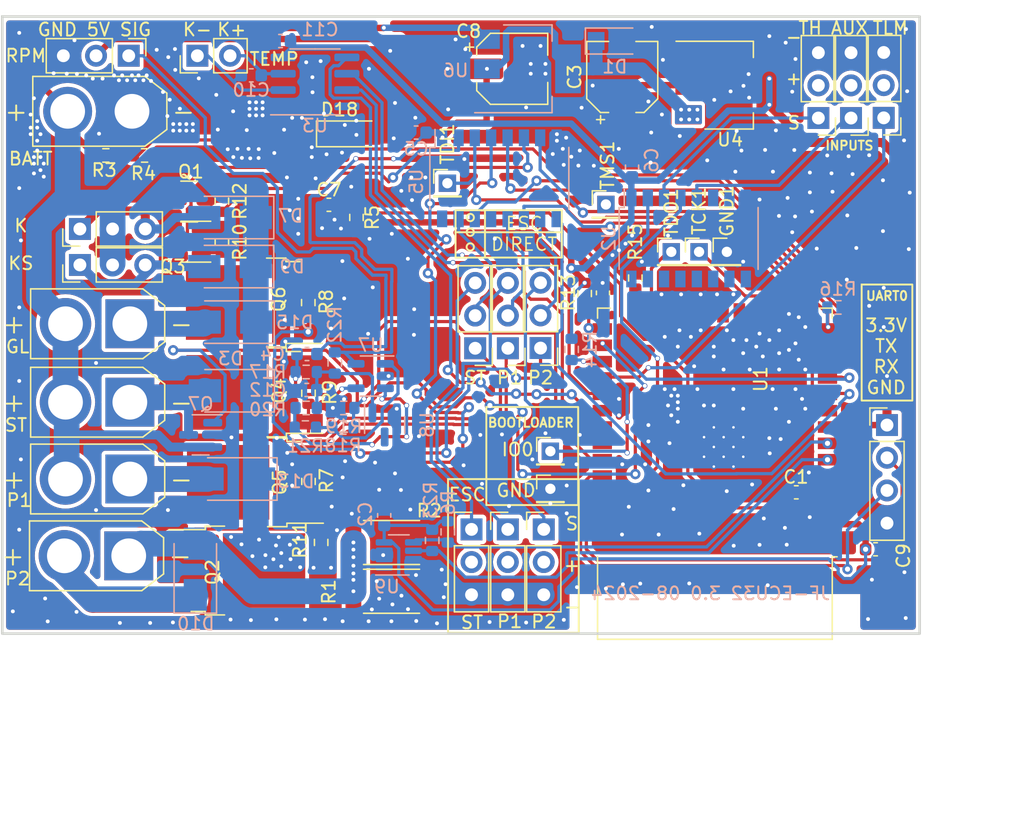
<source format=kicad_pcb>
(kicad_pcb (version 20211014) (generator pcbnew)
  (layers (0 "F.Cu" signal) (31 "B.Cu" signal) (34 "B.Paste" user) (35 "F.Paste" user) (36 "B.SilkS" user "B.Silkscreen") (37 "F.SilkS" user "F.Silkscreen") (38 "B.Mask" user) (39 "F.Mask" user) (44 "Edge.Cuts" user))
  (net 0 "")
  (net 1 "+5V")
  (net 2 "TCK")
  (net 5 "Net-(BOOT0-Pad1)")
  (net 7 "Net-(D7-Pad2)")
  (net 16 "GND")
  (net 18 "PPM_PWM_PUMP2_3.3")
  (net 19 "PPM_PWM_PUMP1_3.3")
  (net 20 "PWM_KERO_3.3")
  (net 21 "PWM_KEROSTART_3.3")
  (net 22 "PWM_GLOW_3.3")
  (net 23 "PPM_STARTER_3.3")
  (net 24 "PPM_GAZ_5V")
  (net 25 "AUX_5V")
  (net 26 "VDC")
  (net 27 "Net-(D9-Pad2)")
  (net 28 "PWM_GLOW")
  (net 29 "PWM_KEROSTART")
  (net 30 "PWM_KERO")
  (net 31 "PPM_PWM_PUMP1")
  (net 32 "PPM_PWM_PUMP2")
  (net 34 "Net-(D10-Pad1)")
  (net 36 "Net-(D13-Pad2)")
  (net 37 "+BATT")
  (net 38 "Net-(C10-Pad1)")
  (net 39 "Net-(C10-Pad2)")
  (net 42 "VBAT_ADC")
  (net 43 "ESP_SCL")
  (net 44 "PPM_GAZ")
  (net 45 "AUX")
  (net 47 "CLK")
  (net 48 "MISO")
  (net 49 "CS")
  (net 50 "RPM")
  (net 51 "TX2")
  (net 53 "Net-(J19-Pad2)")
  (net 54 "Net-(D15-Pad2)")
  (net 55 "Net-(J3-Pad1)")
  (net 56 "PPM_PWM_STARTER")
  (net 57 "Net-(J13-Pad1)")
  (net 59 "Net-(J16-Pad1)")
  (net 61 "Net-(C7-Pad1)")
  (net 62 "Net-(R18-Pad2)")
  (net 63 "ESP_SDA")
  (net 64 "Net-(R14-Pad1)")
  (net 65 "TDO")
  (net 66 "Net-(J19-Pad3)")
  (net 67 "MOSI")
  (net 68 "Net-(D3-Pad2)")
  (net 69 "BRAKE")
  (net 70 "3.3V")
  (net 71 "Net-(J3-Pad3)")
  (net 72 "Net-(J13-Pad3)")
  (net 73 "Net-(J16-Pad3)")
  (net 74 "Net-(R15-Pad1)")
  (net 75 "Net-(C4-Pad2)")
  (net 76 "+2V5")
  (net 78 "Net-(R20-Pad2)")
  (net 79 "RPM-2")
  (net 80 "Net-(D10-Pad2)")
  (footprint "Connector_PinHeader_2.00mm:PinHeader_1x01_P2.00mm_Vertical" (layer "F.Cu") (at 47.371 163.068)
    (fp_text reference "TDI1")
    (fp_text value "Conn_01x01_Male")
  )
  (footprint "Package_TO_SOT_SMD:TO-252-2" (layer "F.Cu") (at 32.429 186.31 180)
    (fp_text reference "Q5")
    (fp_text value "QM6006D")
  )
  (footprint "Package_TO_SOT_SMD:TO-252-2" (layer "F.Cu") (at 32.35 172.338 180)
    (fp_text reference "Q6")
    (fp_text value "QM6006D")
  )
  (footprint "Resistor_SMD:R_0603_1608Metric" (layer "F.Cu") (at 23.838 160.909)
    (fp_text reference "R4")
    (fp_text value "2.7K")
  )
  (footprint "Capacitor_SMD:C_0603_1608Metric" (layer "F.Cu") (at 59.4614 171.59 90)
    (fp_text reference "BOOT1" hide)
    (fp_text value "BOOT")
  )
  (footprint "Capacitor_SMD:C_0603_1608Metric" (layer "F.Cu") (at 38.1632 164.7444 180)
    (fp_text reference "C7")
    (fp_text value "1µF")
  )
  (footprint "Connector_PinHeader_2.54mm:PinHeader_1x03_P2.54mm_Vertical" (layer "F.Cu") (at 54.61 175.88 180)
    (fp_text reference "J16" hide)
    (fp_text value "PPM/PWM")
  )
  (footprint "Connector_PinHeader_2.54mm:PinHeader_1x04_P2.54mm_Vertical" (layer "F.Cu") (at 81.534 181.864)
    (fp_text reference "J19" hide)
    (fp_text value "UART0")
  )
  (footprint "Resistor_SMD:R_0603_1608Metric" (layer "F.Cu") (at 20.828 160.909)
    (fp_text reference "R3")
    (fp_text value "10K")
  )
  (footprint "Resistor_SMD:R_0603_1608Metric" (layer "F.Cu") (at 37.56 190.985 -90)
    (fp_text reference "R11")
    (fp_text value "R")
  )
  (footprint "Connector_PinHeader_2.54mm:PinHeader_1x03_P2.54mm_Vertical" (layer "F.Cu") (at 54.86 189.97)
    (fp_text reference "J18" hide)
    (fp_text value "PUMP2")
  )
  (footprint "Connector_PinHeader_2.54mm:PinHeader_1x03_P2.54mm_Vertical" (layer "F.Cu") (at 18.811 166.624 90)
    (fp_text reference "J7" hide)
    (fp_text value "VANNE KERO")
  )
  (footprint "Connector_PinHeader_2.54mm:PinHeader_1x03_P2.54mm_Vertical" (layer "F.Cu") (at 49.2466 189.97)
    (fp_text reference "J4" hide)
    (fp_text value "STARTER")
  )
  (footprint "Connector_PinHeader_2.54mm:PinHeader_1x03_P2.54mm_Vertical" (layer "F.Cu") (at 52.066 189.97)
    (fp_text reference "J15" hide)
    (fp_text value "PUMP1")
  )
  (footprint "Connector_PinHeader_2.54mm:PinHeader_1x02_P2.54mm_Vertical" (layer "F.Cu") (at 27.94 153.162 90)
    (fp_text reference "J10" hide)
    (fp_text value "k")
  )
  (footprint "Resistor_SMD:R_0603_1608Metric" (layer "F.Cu") (at 36.576 186.245 90)
    (fp_text reference "R7")
    (fp_text value "R")
  )
  (footprint "Resistor_SMD:R_0603_1608Metric" (layer "F.Cu") (at 29.845 164.465 90)
    (fp_text reference "R12")
    (fp_text value "R")
  )
  (footprint "Connector_AMASS:AMASS_XT30U-F_1x02_P5.0mm_Vertical" (layer "F.Cu") (at 22.693 180.086 180)
    (fp_text reference "J9" hide)
    (fp_text value "STARTER")
  )
  (footprint "Connector_PinHeader_2.00mm:PinHeader_1x01_P2.00mm_Vertical" (layer "F.Cu") (at 69.088 168.402)
    (fp_text reference "GND1")
    (fp_text value "Conn_01x01_Male")
  )
  (footprint "Package_TO_SOT_SMD:TO-252-2" (layer "F.Cu") (at 32.385 179.325 180)
    (fp_text reference "Q4")
    (fp_text value "QM6006D")
  )
  (footprint "Resistor_SMD:R_2512_6332Metric" (layer "F.Cu") (at 43.03 190.99)
    (fp_text reference "R2")
    (fp_text value "R020")
  )
  (footprint "Resistor_SMD:R_0603_1608Metric" (layer "F.Cu") (at 61.976 170.434 90)
    (fp_text reference "R15")
    (fp_text value "10K")
  )
  (footprint "Connector_PinHeader_2.54mm:PinHeader_1x03_P2.54mm_Vertical" (layer "F.Cu") (at 18.811 169.418 90)
    (fp_text reference "J6" hide)
    (fp_text value "VANNE KEROSTART")
  )
  (footprint "Diode_SMD:D_MiniMELF" (layer "F.Cu") (at 39.751 159.2326)
    (fp_text reference "D18")
    (fp_text value "BZV55C3V3")
  )
  (footprint "Connector_PinHeader_2.00mm:PinHeader_1x01_P2.00mm_Vertical" (layer "F.Cu") (at 59.69 164.719)
    (fp_text reference "TMS1")
    (fp_text value "Conn_01x01_Male")
  )
  (footprint "Connector_PinHeader_2.00mm:PinHeader_1x01_P2.00mm_Vertical" (layer "F.Cu") (at 66.929 168.402)
    (fp_text reference "TCK1")
    (fp_text value "Conn_01x01_Male")
  )
  (footprint "Connector_PinHeader_2.54mm:PinHeader_1x03_P2.54mm_Vertical" (layer "F.Cu") (at 49.53 175.895 180)
    (fp_text reference "J3" hide)
    (fp_text value "PPM/PWM")
  )
  (footprint "Package_TO_SOT_SMD:TO-252-2" (layer "F.Cu") (at 31.023 193.168)
    (fp_text reference "Q2")
    (fp_text value "QM6006D")
  )
  (footprint "Connector_AMASS:AMASS_XT30U-M_1x02_P5.0mm_Vertical" (layer "F.Cu") (at 22.86 157.48 180)
    (fp_text reference "J8" hide)
    (fp_text value "BATTERY 2S/3S")
  )
  (footprint "Resistor_SMD:R_0603_1608Metric" (layer "F.Cu") (at 29.845 167.64 90)
    (fp_text reference "R10")
    (fp_text value "R")
  )
  (footprint "Resistor_SMD:R_2512_6332Metric" (layer "F.Cu") (at 43.03 194.78)
    (fp_text reference "R1")
    (fp_text value "R020")
  )
  (footprint "RF_Module:ESP32-WROOM-32" (layer "F.Cu") (at 68.16 182.655 180)
    (fp_text reference "U1")
    (fp_text value "ESP32-WROOM-32D")
  )
  (footprint "Package_TO_SOT_SMD:SOT-23" (layer "F.Cu") (at 27.305 164.465 180)
    (fp_text reference "Q1")
    (fp_text value "AO3400A")
  )
  (footprint "Package_TO_SOT_SMD:SOT-223-3_TabPin2" (layer "F.Cu") (at 69.24 155.448)
    (fp_text reference "U4")
    (fp_text value "AMS1117-3.3")
  )
  (footprint "Connector_PinHeader_2.54mm:PinHeader_1x03_P2.54mm_Vertical" (layer "F.Cu") (at 76.2 158.003 180)
    (fp_text reference "J1" hide)
    (fp_text value "GAZ")
  )
  (footprint "Connector_AMASS:AMASS_XT30U-F_1x02_P5.0mm_Vertical" (layer "F.Cu") (at 22.693 173.99 180)
    (fp_text reference "J17" hide)
    (fp_text value "PUMP2")
  )
  (footprint "Resistor_SMD:R_0603_1608Metric" (layer "F.Cu") (at 36.56 172.345 90)
    (fp_text reference "R8")
    (fp_text value "R")
  )
  (footprint "Capacitor_SMD:C_0603_1608Metric" (layer "F.Cu") (at 74.485 187.09 180)
    (fp_text reference "C1")
    (fp_text value "1µF")
  )
  (footprint "Connector_AMASS:AMASS_XT30U-F_1x02_P5.0mm_Vertical" (layer "F.Cu") (at 22.606 192.024 180)
    (fp_text reference "J5" hide)
    (fp_text value "GLOW")
  )
  (footprint "Connector_PinHeader_2.54mm:PinHeader_1x03_P2.54mm_Vertical" (layer "F.Cu") (at 81.28 157.988 180)
    (fp_text reference "J12" hide)
    (fp_text value "S.PORT")
  )
  (footprint "Connector_PinHeader_2.54mm:PinHeader_1x03_P2.54mm_Vertical" (layer "F.Cu") (at 52.07 175.895 180)
    (fp_text reference "J13" hide)
    (fp_text value "PPM/PWM")
  )
  (footprint "Capacitor_SMD:CP_Elec_5x3" (layer "F.Cu") (at 52.41 154.178)
    (fp_text reference "C8")
    (fp_text value "22µF")
  )
  (footprint "Resistor_SMD:R_0603_1608Metric" (layer "F.Cu") (at 58.039 171.64 -90)
    (fp_text reference "R13")
    (fp_text value "10K")
  )
  (footprint "Resistor_SMD:R_0603_1608Metric" (layer "F.Cu") (at 36.576 179.387 90)
    (fp_text reference "R9")
    (fp_text value "R")
  )
  (footprint "Resistor_SMD:R_0603_1608Metric" (layer "F.Cu") (at 40.305 165.7277 90)
    (fp_text reference "R5")
    (fp_text value "10K")
  )
  (footprint "Connector_PinHeader_2.54mm:PinHeader_1x03_P2.54mm_Vertical" (layer "F.Cu") (at 78.74 158.003 180)
    (fp_text reference "J2" hide)
    (fp_text value "AUX")
  )
  (footprint "Connector_PinHeader_2.54mm:PinHeader_1x03_P2.54mm_Vertical" (layer "F.Cu") (at 22.606 153.162 -90)
    (fp_text reference "J11" hide)
    (fp_text value "RPM")
  )
  (footprint "Capacitor_SMD:CP_Elec_5x3" (layer "F.Cu") (at 60.96 154.813 90)
    (fp_text reference "C3")
    (fp_text value "22µF")
  )
  (footprint "Connector_PinHeader_2.00mm:PinHeader_1x01_P2.00mm_Vertical" (layer "F.Cu") (at 55.372 183.896)
    (fp_text reference "BOOT0" hide)
    (fp_text value "Conn_01x01_Male")
  )
  (footprint "Capacitor_SMD:C_0603_1608Metric" (layer "F.Cu") (at 80.645 191.516)
    (fp_text reference "C9")
    (fp_text value "0.1µF")
  )
  (footprint "Connector_PinHeader_2.00mm:PinHeader_1x01_P2.00mm_Vertical" (layer "F.Cu") (at 55.372 186.817)
    (fp_text reference "GND2" hide)
    (fp_text value "Conn_01x01_Male")
  )
  (footprint "Connector_PinHeader_2.00mm:PinHeader_1x01_P2.00mm_Vertical" (layer "F.Cu") (at 64.77 168.402)
    (fp_text reference "TDO1")
    (fp_text value "Conn_01x01_Male")
  )
  (footprint "Package_TO_SOT_SMD:SOT-23" (layer "F.Cu") (at 27.305 167.64 180)
    (fp_text reference "Q3")
    (fp_text value "AO3400A")
  )
  (footprint "Connector_AMASS:AMASS_XT30U-F_1x02_P5.0mm_Vertical" (layer "F.Cu") (at 22.693 186.055 180)
    (fp_text reference "J14" hide)
    (fp_text value "PUMP1")
  )
  (footprint "Resistor_SMD:R_0603_1608Metric" (layer "B.Cu") (at 46.19 190.825 90)
    (fp_text reference "R23")
    (fp_text value "1K")
  )
  (footprint "Diode_SMD:D_SMA" (layer "B.Cu") (at 30.48 169.545 180)
    (fp_text reference "D9")
    (fp_text value "D_Schottky")
  )
  (footprint "Diode_SMD:D_SMF" (layer "B.Cu") (at 60.378 152.019)
    (fp_text reference "D1")
    (fp_text value "SMF5V0A")
  )
  (footprint "Package_TO_SOT_SMD:SOT-23-5" (layer "B.Cu") (at 41.4075 178.054 180)
    (fp_text reference "U7")
    (fp_text value "OPA340NA")
  )
  (footprint "Package_TO_SOT_SMD:SOT-23" (layer "B.Cu") (at 42.495 181.8515 -90)
    (fp_text reference "U8")
    (fp_text value "LM4040DBZ-2.5")
  )
  (footprint "Package_SO:SOIC-8_3.9x4.9mm_P1.27mm" (layer "B.Cu") (at 37.084 155.194)
    (fp_text reference "U3")
    (fp_text value "MAX31855KASA")
  )
  (footprint "Capacitor_SMD:C_0603_1608Metric" (layer "B.Cu") (at 42.46 188.885 90)
    (fp_text reference "C2")
    (fp_text value "0.1µF")
  )
  (footprint "Diode_SMD:D_SMA" (layer "B.Cu") (at 27.78 193.08 90)
    (fp_text reference "D10")
    (fp_text value "D_Schottky")
  )
  (footprint "Capacitor_SMD:C_0603_1608Metric" (layer "B.Cu") (at 44.945 159.131 180)
    (fp_text reference "C5")
    (fp_text value "0.1µF")
  )
  (footprint "Resistor_SMD:R_0603_1608Metric" (layer "B.Cu") (at 77.724 172.72 180)
    (fp_text reference "R16")
    (fp_text value "10K")
  )
  (footprint "Capacitor_SMD:C_0603_1608Metric" (layer "B.Cu") (at 61.722 161.798 90)
    (fp_text reference "C6")
    (fp_text value "0.1µF")
  )
  (footprint "Capacitor_SMD:C_0603_1608Metric" (layer "B.Cu") (at 32.131 154.686 180)
    (fp_text reference "C10")
    (fp_text value "0.1µF")
  )
  (footprint "Capacitor_SMD:C_0603_1608Metric" (layer "B.Cu") (at 36.46 176.342 180)
    (fp_text reference "C4")
    (fp_text value "0.1µF")
  )
  (footprint "Resistor_SMD:R_0603_1608Metric" (layer "B.Cu") (at 36.397 177.739 180)
    (fp_text reference "R17")
    (fp_text value "20K")
  )
  (footprint "Diode_SMD:D_SMA" (layer "B.Cu") (at 30.512 173.863 180)
    (fp_text reference "D15")
    (fp_text value "D_Schottky")
  )
  (footprint "Resistor_SMD:R_0603_1608Metric" (layer "B.Cu") (at 38.619 177.04 -90)
    (fp_text reference "R22")
    (fp_text value "500")
  )
  (footprint "Resistor_SMD:R_0603_1608Metric" (layer "B.Cu") (at 36.397 180.533 180)
    (fp_text reference "R20")
    (fp_text value "20K")
  )
  (footprint "Diode_SMD:D_SMA" (layer "B.Cu") (at 30.734 186.055 180)
    (fp_text reference "D13")
    (fp_text value "D_Schottky")
  )
  (footprint "Resistor_SMD:R_0603_1608Metric" (layer "B.Cu") (at 47.4 190.165 90)
    (fp_text reference "R6")
    (fp_text value "1K")
  )
  (footprint "Resistor_SMD:R_0603_1608Metric" (layer "B.Cu") (at 57.023 175.9834 90)
    (fp_text reference "R14")
    (fp_text value "10K")
  )
  (footprint "Package_SO:SOP-16_4.4x10.4mm_P1.27mm" (layer "B.Cu") (at 66.1162 167.3606 -90)
    (fp_text reference "U2")
    (fp_text value "4050")
  )
  (footprint "Diode_SMD:D_SMA" (layer "B.Cu") (at 30.48 165.735 180)
    (fp_text reference "D7")
    (fp_text value "D_Schottky")
  )
  (footprint "Package_SO:SOP-16_4.4x10.4mm_P1.27mm" (layer "B.Cu") (at 51.4096 162.687 -90)
    (fp_text reference "U5")
    (fp_text value "4050")
  )
  (footprint "Resistor_SMD:R_0603_1608Metric" (layer "B.Cu") (at 36.333 182.057)
    (fp_text reference "R21")
    (fp_text value "20K")
  )
  (footprint "Resistor_SMD:R_0603_1608Metric" (layer "B.Cu") (at 39.254 182.057 180)
    (fp_text reference "R18")
    (fp_text value "20K")
  )
  (footprint "Capacitor_SMD:C_0603_1608Metric" (layer "B.Cu") (at 36.447 179.136 180)
    (fp_text reference "C12")
    (fp_text value "0.1µF")
  )
  (footprint "Package_TO_SOT_SMD:SOT-223-3_TabPin2" (layer "B.Cu") (at 53.594 154.178)
    (fp_text reference "U6")
    (fp_text value "AMS1117-5.0")
  )
  (footprint "Capacitor_SMD:C_0603_1608Metric" (layer "B.Cu") (at 34.404 152.019 180)
    (fp_text reference "C11")
    (fp_text value "0.1µF")
  )
  (footprint "Resistor_SMD:R_0603_1608Metric" (layer "B.Cu") (at 39.317 180.533)
    (fp_text reference "R19")
    (fp_text value "20K")
  )
  (footprint "Diode_SMD:D_SMA" (layer "B.Cu") (at 30.52 179.197 180)
    (fp_text reference "D3")
    (fp_text value "D_Schottky")
  )
  (footprint "Package_TO_SOT_SMD:SOT-23-8" (layer "B.Cu") (at 43.5975 191.955)
    (fp_text reference "U9")
    (fp_text value "INA219AxDCN")
  )
  (footprint "Package_TO_SOT_SMD:SOT-23" (layer "B.Cu") (at 28.194 182.626 180)
    (fp_text reference "Q7")
    (fp_text value "AO3401A")
  )
  (gr_rect (start 65.151 157.099) (end 67.056 158.369) (layer "B.Cu") (width 0.2) (fill solid))
  (gr_line (start 48.006 166.878) (end 56.261 166.878) (layer "F.SilkS") (width 0.15))
  (gr_circle (center 49.149 168.021) (end 49.276 168.275) (layer "F.SilkS") (width 0.15) (fill none))
  (gr_rect (start 50.397 180.46) (end 57.533 188.08) (layer "F.SilkS") (width 0.15) (fill none))
  (gr_rect (start 79.5655 170.942) (end 83.5025 179.959) (layer "F.SilkS") (width 0.15) (fill none))
  (gr_circle (center 49.149 165.735) (end 49.276 165.989) (layer "F.SilkS") (width 0.15) (fill none))
  (gr_rect (start 47.42 186.062) (end 57.58 198) (layer "F.SilkS") (width 0.15) (fill none))
  (gr_line (start 50.292 165.227) (end 50.292 168.783) (layer "F.SilkS") (width 0.15))
  (gr_circle (center 49.149 166.878) (end 49.276 167.132) (layer "F.SilkS") (width 0.15) (fill none))
  (gr_rect (start 48.006 165.1635) (end 56.261 168.8465) (layer "F.SilkS") (width 0.15) (fill none))
  (gr_rect (start 12.78 150.114) (end 84.074 198.07) (layer "Edge.Cuts") (width 0.2) (fill none))
  (gr_text "JF-ECU32 3.0 08-2024" (at 67.818 194.945) (layer "B.SilkS") (effects (font (size 1 1)) (justify mirror)))
  (gr_text "IO0" (at 52.832 183.769) (layer "F.SilkS") (effects (font (size 1 1))))
  (gr_text "INPUTS" (at 78.613 160.147) (layer "F.SilkS") (effects (font (size 0.7 0.7))))
  (gr_text "S\n\n+\n\n-" (at 74.295 155.067 180) (layer "F.SilkS") (effects (font (size 1 1))))
  (gr_text "K+" (at 30.607 151.13) (layer "F.SilkS") (effects (font (size 1 1))))
  (gr_text "RPM" (at 14.605 153.162) (layer "F.SilkS") (effects (font (size 1 1))))
  (gr_text "BATT" (at 14.986 161.163) (layer "F.SilkS") (effects (font (size 1 1))))
  (gr_text "ST" (at 13.843 181.864) (layer "F.SilkS") (effects (font (size 1 1))))
  (gr_text "UART0" (at 81.534 171.831) (layer "F.SilkS") (effects (font (size 0.7 0.7))))
  (gr_text "ST" (at 49.28 197.2) (layer "F.SilkS") (effects (font (size 1 1))))
  (gr_text "GND 5V SIG" (at 19.939 151.13) (layer "F.SilkS") (effects (font (size 1 1))))
  (gr_text "TH" (at 75.565 151.003) (layer "F.SilkS") (effects (font (size 1 1))))
  (gr_text "P2" (at 13.97 193.802) (layer "F.SilkS") (effects (font (size 1 1))))
  (gr_text "K" (at 14.224 166.37) (layer "F.SilkS") (effects (font (size 1 1))))
  (gr_text "KS" (at 14.224 169.291) (layer "F.SilkS") (effects (font (size 1 1))))
  (gr_text "P1" (at 52.197 178.181) (layer "F.SilkS") (effects (font (size 1 1))))
  (gr_text "ESC" (at 48.91 187.27) (layer "F.SilkS") (effects (font (size 1 1))))
  (gr_text "P2" (at 54.61 178.181) (layer "F.SilkS") (effects (font (size 1 1))))
  (gr_text "P2" (at 54.87 197.14) (layer "F.SilkS") (effects (font (size 1 1))))
  (gr_text "TEMP" (at 33.909 153.416) (layer "F.SilkS") (effects (font (size 1 1))))
  (gr_text "S\n\n+\n\n-" (at 57.05 192.75) (layer "F.SilkS") (effects (font (size 1 1))))
  (gr_text "TLM" (at 81.788 151.003) (layer "F.SilkS") (effects (font (size 1 1))))
  (gr_text "ST" (at 49.53 178.181) (layer "F.SilkS") (effects (font (size 1 1))))
  (gr_text "P1" (at 14.097 187.706) (layer "F.SilkS") (effects (font (size 1 1))))
  (gr_text "BOOTLOADER" (at 53.85 181.68) (layer "F.SilkS") (effects (font (size 0.7 0.7))))
  (gr_text "3.3V\nTX\nRX\nGND" (at 81.4705 176.53) (layer "F.SilkS") (effects (font (size 1 1))))
  (gr_text "GL" (at 13.97 175.768) (layer "F.SilkS") (effects (font (size 1 1))))
  (gr_text "P1" (at 52.21 197.12) (layer "F.SilkS") (effects (font (size 1 1))))
  (gr_text "K-" (at 27.94 151.13) (layer "F.SilkS") (effects (font (size 1 1))))
  (gr_text "GND" (at 52.705 186.944) (layer "F.SilkS") (effects (font (size 1 1))))
  (gr_text "ESC\nDIRECT" (at 53.34 167.005) (layer "F.SilkS") (effects (font (size 1 1) (thickness 0.125))))
  (gr_text "AUX" (at 78.613 151.003) (layer "F.SilkS") (effects (font (size 1 1))))
  (segment (start 48.402 153.812) (end 47.498 152.908) (width 0.5) (layer "F.Cu") (net 1))
  (segment (start 48.133 158.369) (end 46.99 159.512) (width 0.5) (layer "F.Cu") (net 1))
  (segment (start 43.18 161.163) (end 40.259 161.163) (width 0.25) (layer "F.Cu") (net 1))
  (segment (start 50.419 154.203) (end 50.419 158.369) (width 0.5) (layer "F.Cu") (net 1))
  (segment (start 21.3662 151.8618) (end 20.066 153.162) (width 0.5) (layer "F.Cu") (net 1))
  (segment (start 43.6578 151.8618) (end 21.3662 151.8618) (width 0.5) (layer "F.Cu") (net 1))
  (segment (start 44.704 152.908) (end 43.6578 151.8618) (width 0.5) (layer "F.Cu") (net 1))
  (segment (start 48.809 153.812) (end 48.402 153.812) (width 0.5) (layer "F.Cu") (net 1))
  (segment (start 50.444 154.178) (end 50.419 154.203) (width 0.5) (layer "F.Cu") (net 1))
  (segment (start 50.419 158.369) (end 48.133 158.369) (width 0.5) (layer "F.Cu") (net 1))
  (segment (start 47.498 152.908) (end 44.704 152.908) (width 0.5) (layer "F.Cu") (net 1))
  (via (at 46.99 159.512) (size 0.4) (drill 0.3) (layers "F.Cu" "B.Cu") (net 1))
  (via (at 66.802 157.353) (size 0.4) (drill 0.3) (layers "F.Cu" "B.Cu") (net 1))
  (via (at 65.532 158.115) (size 0.4) (drill 0.3) (layers "F.Cu" "B.Cu") (net 1))
  (via (at 66.167 157.353) (size 0.4) (drill 0.3) (layers "F.Cu" "B.Cu") (net 1))
  (via (at 40.259 161.163) (size 0.4) (drill 0.3) (layers "F.Cu" "B.Cu") (net 1))
  (via (at 50.444 154.178) (size 0.4) (drill 0.3) (layers "F.Cu" "B.Cu") (net 1))
  (via (at 66.167 158.115) (size 0.4) (drill 0.3) (layers "F.Cu" "B.Cu") (net 1))
  (via (at 43.18 161.163) (size 0.4) (drill 0.3) (layers "F.Cu" "B.Cu") (net 1))
  (via (at 66.802 158.115) (size 0.4) (drill 0.3) (layers "F.Cu" "B.Cu") (net 1))
  (via (at 65.532 157.353) (size 0.4) (drill 0.3) (layers "F.Cu" "B.Cu") (net 1))
  (segment (start 43.053 169.761933) (end 43.053 170.707537) (width 0.25) (layer "B.Cu") (net 1))
  (segment (start 58.674 154.178) (end 59.436 154.178) (width 1) (layer "B.Cu") (net 1))
  (segment (start 40.7102 168.220992) (end 40.7102 168.736801) (width 0.25) (layer "B.Cu") (net 1))
  (segment (start 43.036 176.166) (end 42.987 176.215) (width 0.25) (layer "B.Cu") (net 1))
  (segment (start 40.7102 168.736801) (end 41.735332 169.761933) (width 0.25) (layer "B.Cu") (net 1))
  (segment (start 51.943 152.766) (end 51.943 153.416) (width 0.5) (layer "B.Cu") (net 1))
  (segment (start 42.987 176.215) (end 38.619 176.215) (width 0.25) (layer "B.Cu") (net 1))
  (segment (start 62.484 154.178) (end 65.532 157.226) (width 1) (layer "B.Cu") (net 1))
  (segment (start 36.744705 167.6831) (end 40.172308 167.6831) (width 0.25) (layer "B.Cu") (net 1))
  (segment (start 55.372 151.13) (end 52.197 151.13) (width 0.5) (layer "B.Cu") (net 1))
  (segment (start 45.72 159.131) (end 46.5536 159.131) (width 0.5) (layer "B.Cu") (net 1))
  (segment (start 55.738 151.496) (end 55.372 151.13) (width 0.5) (layer "B.Cu") (net 1))
  (segment (start 37.382 164.04) (end 36.85 164.04) (width 0.25) (layer "B.Cu") (net 1))
  (segment (start 56.744 154.178) (end 58.674 154.178) (width 1) (layer "B.Cu") (net 1))
  (segment (start 39.381 176.215) (end 40.27 177.104) (width 0.25) (layer "B.Cu") (net 1))
  (segment (start 38.619 176.215) (end 39.381 176.215) (width 0.25) (layer "B.Cu") (net 1))
  (segment (start 51.943 152.684239) (end 51.943 152.766) (width 0.5) (layer "B.Cu") (net 1))
  (segment (start 45.72 159.131) (end 43.688 161.163) (width 0.25) (layer "B.Cu") (net 1))
  (segment (start 40.172308 167.6831) (end 40.7102 168.220992) (width 0.25) (layer "B.Cu") (net 1))
  (segment (start 40.259 161.163) (end 37.382 164.04) (width 0.25) (layer "B.Cu") (net 1))
  (segment (start 51.928 152.669239) (end 51.943 152.684239) (width 0.5) (layer "B.Cu") (net 1))
  (segment (start 36.695 167.633395) (end 36.744705 167.6831) (width 0.25) (layer "B.Cu") (net 1))
  (segment (start 41.735332 169.761933) (end 43.053 169.761933) (width 0.25) (layer "B.Cu") (net 1))
  (segment (start 58.928 152.019) (end 58.928 153.924) (width 1) (layer "B.Cu") (net 1))
  (segment (start 59.436 154.178) (end 62.484 154.178) (width 1) (layer "B.Cu") (net 1))
  (segment (start 46.5536 159.131) (end 46.9596 159.537) (width 0.5) (layer "B.Cu") (net 1))
  (segment (start 55.738 153.172) (end 55.738 151.496) (width 0.5) (layer "B.Cu") (net 1))
  (segment (start 51.928 151.399) (end 51.928 152.669239) (width 0.5) (layer "B.Cu") (net 1))
  (segment (start 43.036 170.724537) (end 43.036 176.166) (width 0.25) (layer "B.Cu") (net 1))
  (segment (start 56.744 154.178) (end 55.738 153.172) (width 0.5) (layer "B.Cu") (net 1))
  (segment (start 58.928 153.924) (end 58.674 154.178) (width 1) (layer "B.Cu") (net 1))
  (segment (start 51.943 153.416) (end 51.435 153.924) (width 0.5) (layer "B.Cu") (net 1))
  (segment (start 52.197 151.13) (end 51.928 151.399) (width 0.5) (layer "B.Cu") (net 1))
  (segment (start 43.688 161.163) (end 43.18 161.163) (width 0.25) (layer "B.Cu") (net 1))
  (segment (start 36.695 164.195) (end 36.695 167.633395) (width 0.25) (layer "B.Cu") (net 1))
  (segment (start 36.85 164.04) (end 36.695 164.195) (width 0.25) (layer "B.Cu") (net 1))
  (segment (start 43.053 170.707537) (end 43.036 170.724537) (width 0.25) (layer "B.Cu") (net 1))
  (segment (start 72.39 171.831) (end 70.504537 171.831) (width 0.25) (layer "F.Cu") (net 2))
  (segment (start 70.504537 171.831) (end 67.869537 169.196) (width 0.25) (layer "F.Cu") (net 2))
  (segment (start 67.869537 169.196) (end 67.85 169.196) (width 0.25) (layer "F.Cu") (net 2))
  (segment (start 72.6186 172.0596) (end 72.39 171.831) (width 0.25) (layer "F.Cu") (net 2))
  (segment (start 72.6186 173.0756) (end 72.6186 172.0596) (width 0.25) (layer "F.Cu") (net 2))
  (segment (start 67.85 169.196) (end 66.675 168.021) (width 0.25) (layer "F.Cu") (net 2))
  (segment (start 58.3535 172.465) (end 58.3535 174.3256) (width 0.25) (layer "F.Cu") (net 5))
  (segment (start 61.341 181.61) (end 61.341 184.023) (width 0.25) (layer "F.Cu") (net 5))
  (segment (start 58.039 172.465) (end 58.3535 172.465) (width 0.25) (layer "F.Cu") (net 5))
  (segment (start 59.3614 172.465) (end 59.4614 172.365) (width 0.25) (layer "F.Cu") (net 5))
  (segment (start 59.4286 174.3256) (end 58.3535 174.3256) (width 0.25) (layer "F.Cu") (net 5))
  (segment (start 58.3535 172.465) (end 59.3614 172.465) (width 0.25) (layer "F.Cu") (net 5))
  (via (at 58.3535 174.3256) (size 0.8) (drill 0.4) (layers "F.Cu" "B.Cu") (net 5))
  (via (at 61.341 184.023) (size 0.4) (drill 0.3) (layers "F.Cu" "B.Cu") (net 5))
  (via (at 61.341 181.61) (size 0.4) (drill 0.3) (layers "F.Cu" "B.Cu") (net 5))
  (segment (start 58.3535 175.9555) (end 58.3535 174.3256) (width 0.25) (layer "B.Cu") (net 5))
  (segment (start 61.341 181.61) (end 61.341 178.943) (width 0.25) (layer "B.Cu") (net 5))
  (segment (start 61.341 178.943) (end 58.3535 175.9555) (width 0.25) (layer "B.Cu") (net 5))
  (segment (start 61.214 183.896) (end 55.372 183.896) (width 0.25) (layer "B.Cu") (net 5))
  (segment (start 61.341 184.023) (end 61.214 183.896) (width 0.25) (layer "B.Cu") (net 5))
  (segment (start 18.811 166.624) (end 20.2111 165.2239) (width 0.7) (layer "F.Cu") (net 7))
  (segment (start 23.891 166.624) (end 23.891 165.2239) (width 0.7) (layer "F.Cu") (net 7))
  (segment (start 20.2111 165.2239) (end 23.891 165.2239) (width 0.7) (layer "F.Cu") (net 7))
  (segment (start 24.6499 164.465) (end 26.3675 164.465) (width 0.7) (layer "F.Cu") (net 7))
  (segment (start 23.891 165.2239) (end 24.6499 164.465) (width 0.7) (layer "F.Cu") (net 7))
  (segment (start 23.891 166.624) (end 25.2911 166.624) (width 0.7) (layer "B.Cu") (net 7))
  (segment (start 26.1801 165.735) (end 25.2911 166.624) (width 0.7) (layer "B.Cu") (net 7))
  (segment (start 28.48 165.735) (end 26.1801 165.735) (width 0.7) (layer "B.Cu") (net 7))
  (via (at 56.34 160.4) (size 0.4) (drill 0.3) (layers "F.Cu" "B.Cu") (net 16))
  (via (at 78.55 160.97) (size 0.4) (drill 0.3) (layers "F.Cu" "B.Cu") (net 16))
  (via (at 74.422 175.514) (size 0.4) (drill 0.3) (layers "F.Cu" "B.Cu") (net 16))
  (via (at 44.49 188.43) (size 0.4) (drill 0.3) (layers "F.Cu" "B.Cu") (net 16))
  (via (at 74.168 166.878) (size 0.4) (drill 0.3) (layers "F.Cu" "B.Cu") (net 16))
  (via (at 30.3 160.43) (size 0.4) (drill 0.3) (layers "F.Cu" "B.Cu") (net 16))
  (via (at 38.38 188.2) (size 0.4) (drill 0.3) (layers "F.Cu" "B.Cu") (net 16))
  (via (at 36.3 196.98) (size 0.4) (drill 0.3) (layers "F.Cu" "B.Cu") (net 16))
  (via (at 64.77 179.578) (size 0.4) (drill 0.3) (layers "F.Cu" "B.Cu") (net 16))
  (via (at 71.882 176.53) (size 0.4) (drill 0.3) (layers "F.Cu" "B.Cu") (net 16))
  (via (at 16.002 162.56) (size 0.4) (drill 0.3) (layers "F.Cu" "B.Cu") (net 16))
  (via (at 46.93 193.1) (size 0.4) (drill 0.3) (layers "F.Cu" "B.Cu") (net 16))
  (via (at 72.39 182.88) (size 0.4) (drill 0.3) (layers "F.Cu" "B.Cu") (net 16))
  (via (at 33.01 156.78) (size 0.4) (drill 0.3) (layers "F.Cu" "B.Cu") (net 16))
  (via (at 43.2 159.58) (size 0.4) (drill 0.3) (layers "F.Cu" "B.Cu") (net 16))
  (via (at 68.11 156.59) (size 0.4) (drill 0.3) (layers "F.Cu" "B.Cu") (net 16))
  (via (at 39.21 169.12) (size 0.4) (drill 0.3) (layers "F.Cu" "B.Cu") (net 16))
  (via (at 71.96 189.12) (size 0.4) (drill 0.3) (layers "F.Cu" "B.Cu") (net 16))
  (via (at 26.066 158.472) (size 0.4) (drill 0.3) (layers "F.Cu" "B.Cu") (net 16))
  (via (at 45.16 182.73) (size 0.4) (drill 0.3) (layers "F.Cu" "B.Cu") (net 16))
  (via (at 75.53 189.02) (size 0.4) (drill 0.3) (layers "F.Cu" "B.Cu") (net 16))
  (via (at 82.99 196.86) (size 0.4) (drill 0.3) (layers "F.Cu" "B.Cu") (net 16))
  (via (at 42.07 186.89) (size 0.4) (drill 0.3) (layers "F.Cu" "B.Cu") (net 16))
  (via (at 80.15 172.6) (size 0.4) (drill 0.3) (layers "F.Cu" "B.Cu") (net 16))
  (via (at 36.068 157.988) (size 0.4) (drill 0.3) (layers "F.Cu" "B.Cu") (net 16))
  (via (at 44.77 174.85) (size 0.4) (drill 0.3) (layers "F.Cu" "B.Cu") (net 16))
  (via (at 44.88 157.98) (size 0.4) (drill 0.3) (layers "F.Cu" "B.Cu") (net 16))
  (via (at 16.002 161.544) (size 0.4) (drill 0.3) (layers "F.Cu" "B.Cu") (net 16))
  (via (at 27.59 158.98) (size 0.4) (drill 0.3) (layers "F.Cu" "B.Cu") (net 16))
  (via (at 25.79 156.58) (size 0.4) (drill 0.3) (layers "F.Cu" "B.Cu") (net 16))
  (via (at 75.46 185.55) (size 0.4) (drill 0.3) (layers "F.Cu" "B.Cu") (net 16))
  (via (at 64.632033 183.271967) (size 0.4) (drill 0.3) (layers "F.Cu" "B.Cu") (net 16))
  (via (at 69.38 155.93) (size 0.4) (drill 0.3) (layers "F.Cu" "B.Cu") (net 16))
  (via (at 27.082 158.98) (size 0.4) (drill 0.3) (layers "F.Cu" "B.Cu") (net 16))
  (via (at 39.23 185.93) (size 0.4) (drill 0.3) (layers "F.Cu" "B.Cu") (net 16))
  (via (at 73.914 176.022) (size 0.4) (drill 0.3) (layers "F.Cu" "B.Cu") (net 16))
  (via (at 71.374 175.768) (size 0.4) (drill 0.3) (layers "F.Cu" "B.Cu") (net 16))
  (via (at 30.59 182.82) (size 0.4) (drill 0.3) (layers "F.Cu" "B.Cu") (net 16))
  (via (at 14.097 189.992) (size 0.4) (drill 0.3) (layers "F.Cu" "B.Cu") (net 16))
  (via (at 59.69 194.564) (size 0.4) (drill 0.3) (layers "F.Cu" "B.Cu") (net 16))
  (via (at 81.22 166.79) (size 0.4) (drill 0.3) (layers "F.Cu" "B.Cu") (net 16))
  (via (at 43.3 156.83) (size 0.4) (drill 0.3) (layers "F.Cu" "B.Cu") (net 16))
  (via (at 60.69 160.4) (size 0.4) (drill 0.3) (layers "F.Cu" "B.Cu") (net 16))
  (via (at 15.494 159.766) (size 0.4) (drill 0.3) (layers "F.Cu" "B.Cu") (net 16))
  (via (at 13.6 196.34) (size 0.4) (drill 0.3) (layers "F.Cu" "B.Cu") (net 16))
  (via (at 34.75 179.55) (size 0.4) (drill 0.3) (layers "F.Cu" "B.Cu") (net 16))
  (via (at 64.008 171.704) (size 0.4) (drill 0.3) (layers "F.Cu" "B.Cu") (net 16))
  (via (at 83.1 155.92) (size 0.4) (drill 0.3) (layers "F.Cu" "B.Cu") (net 16))
  (via (at 43.434 180.594) (size 0.4) (drill 0.3) (layers "F.Cu" "B.Cu") (net 16))
  (via (at 14.097 151.384) (size 0.4) (drill 0.3) (layers "F.Cu" "B.Cu") (net 16))
  (via (at 60.706 179.832) (size 0.4) (drill 0.3) (layers "F.Cu" "B.Cu") (net 16))
  (via (at 81.28 174.244) (size 0.4) (drill 0.3) (layers "F.Cu" "B.Cu") (net 16))
  (via (at 26.066 158.98) (size 0.4) (drill 0.3) (layers "F.Cu" "B.Cu") (net 16))
  (via (at 26.58 157.28) (size 0.4) (drill 0.3) (layers "F.Cu" "B.Cu") (net 16))
  (via (at 72.263 194.31) (size 0.4) (drill 0.3) (layers "F.Cu" "B.Cu") (net 16))
  (via (at 29.41 156.2) (size 0.4) (drill 0.3) (layers "F.Cu" "B.Cu") (net 16))
  (via (at 73.152 174.498) (size 0.4) (drill 0.3) (layers "F.Cu" "B.Cu") (net 16))
  (via (at 24.34 155.12) (size 0.4) (drill 0.3) (layers "F.Cu" "B.Cu") (net 16))
  (via (at 33.92 160.72) (size 0.4) (drill 0.3) (layers "F.Cu" "B.Cu") (net 16))
  (via (at 14.224 167.513) (size 0.4) (drill 0.3) (layers "F.Cu" "B.Cu") (net 16))
  (via (at 16.77 154.52) (size 0.4) (drill 0.3) (layers "F.Cu" "B.Cu") (net 16))
  (via (at 53.49 157.18) (size 0.4) (drill 0.3) (layers "F.Cu" "B.Cu") (net 16))
  (via (at 14.986 157.734) (size 0.4) (drill 0.3) (layers "F.Cu" "B.Cu") (net 16))
  (via (at 68.834 177.546) (size 0.4) (drill 0.3) (layers "F.Cu" "B.Cu") (net 16))
  (via (at 18.55 196.38) (size 0.4) (drill 0.3) (layers "F.Cu" "B.Cu") (net 16))
  (via (at 80.36 193.88) (size 0.4) (drill 0.3) (layers "F.Cu" "B.Cu") (net 16))
  (via (at 36.83 161.036) (size 0.4) (drill 0.3) (layers "F.Cu" "B.Cu") (net 16))
  (via (at 14.986 159.258) (size 0.4) (drill 0.3) (layers "F.Cu" "B.Cu") (net 16))
  (via (at 71.628 164.338) (size 0.4) (drill 0.3) (layers "F.Cu" "B.Cu") (net 16))
  (via (at 18.39 151.96) (size 0.4) (drill 0.3) (layers "F.Cu" "B.Cu") (net 16))
  (via (at 25.27 155.98) (size 0.4) (drill 0.3) (layers "F.Cu" "B.Cu") (net 16))
  (via (at 38.6 165.9) (size 0.4) (drill 0.3) (layers "F.Cu" "B.Cu") (net 16))
  (via (at 56.6 159.53) (size 0.4) (drill 0.3) (layers "F.Cu" "B.Cu") (net 16))
  (via (at 31.78 158.94) (size 0.4) (drill 0.3) (layers "F.Cu" "B.Cu") (net 16))
  (via (at 65.278 175.768) (size 0.4) (drill 0.3) (layers "F.Cu" "B.Cu") (net 16))
  (via (at 56.642 186.563) (size 0.4) (drill 0.3) (layers "F.Cu" "B.Cu") (net 16))
  (via (at 48.69 161.19) (size 0.4) (drill 0.3) (layers "F.Cu" "B.Cu") (net 16))
  (via (at 62.992 183.134) (size 0.4) (drill 0.3) (layers "F.Cu" "B.Cu") (net 16))
  (via (at 43.76 186.91) (size 0.4) (drill 0.3) (layers "F.Cu" "B.Cu") (net 16))
  (via (at 46.56 197.27) (size 0.4) (drill 0.3) (layers "F.Cu" "B.Cu") (net 16))
  (via (at 32.502 156.78) (size 0.4) (drill 0.3) (layers "F.Cu" "B.Cu") (net 16))
  (via (at 60.96 184.912) (size 0.4) (drill 0.3) (layers "F.Cu" "B.Cu") (net 16))
  (via (at 75.54 163.78) (size 0.4) (drill 0.3) (layers "F.Cu" "B.Cu") (net 16))
  (via (at 39.23 197.11) (size 0.4) (drill 0.3) (layers "F.Cu" "B.Cu") (net 16))
  (via (at 37.13 162.69) (size 0.4) (drill 0.3) (layers "F.Cu" "B.Cu") (net 16))
  (via (at 37.52 153.58) (size 0.4) (drill 0.3) (layers "F.Cu" "B.Cu") (net 16))
  (via (at 15.24 162.306) (size 0.4) (drill 0.3) (layers "F.Cu" "B.Cu") (net 16))
  (via (at 41.275 154.178) (size 0.4) (drill 0.3) (layers "F.Cu" "B.Cu") (net 16))
  (via (at 36.97 192.95) (size 0.4) (drill 0.3) (layers "F.Cu" "B.Cu") (net 16))
  (via (at 69.596 175.26) (size 0.4) (drill 0.3) (layers "F.Cu" "B.Cu") (net 16))
  (via (at 64.516 180.34) (size 0.4) (drill 0.3) (layers "F.Cu" "B.Cu") (net 16))
  (via (at 15.494 158.242) (size 0.4) (drill 0.3) (layers "F.Cu" "B.Cu") (net 16))
  (via (at 41.88 194) (size 0.4) (drill 0.3) (layers "F.Cu" "B.Cu") (net 16))
  (via (at 32.05 161.13) (size 0.4) (drill 0.3) (layers "F.Cu" "B.Cu") (net 16))
  (via (at 77.3 163.73) (size 0.4) (drill 0.3) (layers "F.Cu" "B.Cu") (net 16))
  (via (at 60.198 168.656) (size 0.4) (drill 0.3) (layers "F.Cu" "B.Cu") (net 16))
  (via (at 65.71 186.54) (size 0.4) (drill 0.3) (layers "F.Cu" "B.Cu") (net 16))
  (via (at 72.42 184.06) (size 0.4) (drill 0.3) (layers "F.Cu" "B.Cu") (net 16))
  (via (at 14.986 158.75) (size 0.4) (drill 0.3) (layers "F.Cu" "B.Cu") (net 16))
  (via (at 53.213 152.4) (size 0.4) (drill 0.3) (layers "F.Cu" "B.Cu") (net 16))
  (via (at 31.994 157.288) (size 0.4) (drill 0.3) (layers "F.Cu" "B.Cu") (net 16))
  (via (at 37.63 166.56) (size 0.4) (drill 0.3) (layers "F.Cu" "B.Cu") (net 16))
  (via (at 20.066 177.038) (size 0.4) (drill 0.3) (layers "F.Cu" "B.Cu") (net 16))
  (via (at 24.78 152.7) (size 0.4) (drill 0.3) (layers "F.Cu" "B.Cu") (net 16))
  (via (at 44.57 162.62) (size 0.4) (drill 0.3) (layers "F.Cu" "B.Cu") (net 16))
  (via (at 43.79 163.66) (size 0.4) (drill 0.3) (layers "F.Cu" "B.Cu") (net 16))
  (via (at 76.073 168.148) (size 0.4) (drill 0.3) (layers "F.Cu" "B.Cu") (net 16))
  (via (at 57.8 157.2) (size 0.4) (drill 0.3) (layers "F.Cu" "B.Cu") (net 16))
  (via (at 68.072 175.768) (size 0.4) (drill 0.3) (layers "F.Cu" "B.Cu") (net 16))
  (via (at 14.097 163.449) (size 0.4) (drill 0.3) (layers "F.Cu" "B.Cu") (net 16))
  (via (at 67.564 161.29) (size 0.4) (drill 0.3) (layers "F.Cu" "B.Cu") (net 16))
  (via (at 50.06 186.43) (size 0.4) (drill 0.3) (layers "F.Cu" "B.Cu") (net 16))
  (via (at 34.73 173.68) (size 0.4) (drill 0.3) (layers "F.Cu" "B.Cu") (net 16))
  (via (at 61.214 167.767) (size 0.4) (drill 0.3) (layers "F.Cu" "B.Cu") (net 16))
  (via (at 60.706 181.102) (size 0.4) (drill 0.3) (layers "F.Cu" "B.Cu") (net 16))
  (via (at 49.93 182.63) (size 0.4) (drill 0.3) (layers "F.Cu" "B.Cu") (net 16))
  (via (at 21.92 197.24) (size 0.4) (drill 0.3) (layers "F.Cu" "B.Cu") (net 16))
  (via (at 44.3 168.94) (size 0.4) (drill 0.3) (layers "F.Cu" "B.Cu") (net 16))
  (via (at 71.628 174.752) (size 0.4) (drill 0.3) (layers "F.Cu" "B.Cu") (net 16))
  (via (at 73.914 173.228) (size 0.4) (drill 0.3) (layers "F.Cu" "B.Cu") (net 16))
  (via (at 65.43 159.4) (size 0.4) (drill 0.3) (layers "F.Cu" "B.Cu") (net 16))
  (via (at 74.422 153.416) (size 0.4) (drill 0.3) (layers "F.Cu" "B.Cu") (net 16))
  (via (at 28.05 154.92) (size 0.4) (drill 0.3) (layers "F.Cu" "B.Cu") (net 16))
  (via (at 55.88 159.766) (size 0.4) (drill 0.3) (layers "F.Cu" "B.Cu") (net 16))
  (via (at 51.61 182.59) (size 0.4) (drill 0.3) (layers "F.Cu" "B.Cu") (net 16))
  (via (at 35.78 164.28) (size 0.4) (drill 0.3) (layers "F.Cu" "B.Cu") (net 16))
  (via (at 72.39 175.26) (size 0.4) (drill 0.3) (layers "F.Cu" "B.Cu") (net 16))
  (via (at 35.78 167) (size 0.4) (drill 0.3) (layers "F.Cu" "B.Cu") (net 16))
  (via (at 62.992 181.864) (size 0.4) (drill 0.3) (layers "F.Cu" "B.Cu") (net 16))
  (via (at 22.86 154.686) (size 0.4) (drill 0.3) (layers "F.Cu" "B.Cu") (net 16))
  (via (at 29.53 158.9) (size 0.4) (drill 0.3) (layers "F.Cu" "B.Cu") (net 16))
  (via (at 23.368 154.686) (size 0.4) (drill 0.3) (layers "F.Cu" "B.Cu") (net 16))
  (via (at 15.24 161.036) (size 0.4) (drill 0.3) (layers "F.Cu" "B.Cu") (net 16))
  (via (at 75.184 174.244) (size 0.4) (drill 0.3) (layers "F.Cu" "B.Cu") (net 16))
  (via (at 15.24 161.544) (size 0.4) (drill 0.3) (layers "F.Cu" "B.Cu") (net 16))
  (via (at 65.405 174.498) (size 0.4) (drill 0.3) (layers "F.Cu" "B.Cu") (net 16))
  (via (at 64.516 167.132) (size 0.4) (drill 0.3) (layers "F.Cu" "B.Cu") (net 16))
  (via (at 82.86 159.74) (size 0.4) (drill 0.3) (layers "F.Cu" "B.Cu") (net 16))
  (via (at 31.994 156.78) (size 0.4) (drill 0.3) (layers "F.Cu" "B.Cu") (net 16))
  (via (at 58.66 155.48) (size 0.4) (drill 0.3) (layers "F.Cu" "B.Cu") (net 16))
  (via (at 41.25 197.11) (size 0.4) (drill 0.3) (layers "F.Cu" "B.Cu") (net 16))
  (via (at 69.62 191.24) (size 0.4) (drill 0.3) (layers "F.Cu" "B.Cu") (net 16))
  (via (at 34.11 182.87) (size 0.4) (drill 0.3) (layers "F.Cu" "B.Cu") (net 16))
  (via (at 71.63 191.17) (size 0.4) (drill 0.3) (layers "F.Cu" "B.Cu") (net 16))
  (via (at 39.34 179.85) (size 0.4) (drill 0.3) (layers "F.Cu" "B.Cu") (net 16))
  (via (at 57.404 184.912) (size 0.4) (drill 0.3) (layers "F.Cu" "B.Cu") (net 16))
  (via (at 36.83 160.274) (size 0.4) (drill 0.3) (layers "F.Cu" "B.Cu") (net 16))
  (via (at 70.38 155.5) (size 0.4) (drill 0.3) (layers "F.Cu" "B.Cu") (net 16))
  (via (at 70.358 169.164) (size 0.4) (drill 0.3) (layers "F.Cu" "B.Cu") (net 16))
  (via (at 54.991 182.499) (size 0.4) (drill 0.3) (layers "F.Cu" "B.Cu") (net 16))
  (via (at 57 161.01) (size 0.4) (drill 0.3) (layers "F.Cu" "B.Cu") (net 16))
  (via (at 20.574 154.94) (size 0.4) (drill 0.3) (layers "F.Cu" "B.Cu") (net 16))
  (via (at 81.22 162.84) (size 0.4) (drill 0.3) (layers "F.Cu" "B.Cu") (net 16))
  (via (at 64.95 188.39) (size 0.4) (drill 0.3) (layers "F.Cu" "B.Cu") (net 16))
  (via (at 26.2 152.64) (size 0.4) (drill 0.3) (layers "F.Cu" "B.Cu") (net 16))
  (via (at 74.422 179.07) (size 0.4) (drill 0.3) (layers "F.Cu" "B.Cu") (net 16))
  (via (at 67.056 171.704) (size 0.4) (drill 0.3) (layers "F.Cu" "B.Cu") (net 16))
  (via (at 70.358 180.594) (size 0.4) (drill 0.3) (layers "F.Cu" "B.Cu") (net 16))
  (via (at 69.75 162.17) (size 0.4) (drill 0.3) (layers "F.Cu" "B.Cu") (net 16))
  (via (at 65.278 181.61) (size 0.4) (drill 0.3) (layers "F.Cu" "B.Cu") (net 16))
  (via (at 70.82 156.42) (size 0.4) (drill 0.3) (layers "F.Cu" "B.Cu") (net 16))
  (via (at 62.992 186.944) (size 0.4) (drill 0.3) (layers "F.Cu" "B.Cu") (net 16))
  (via (at 31.92 160.4) (size 0.4) (drill 0.3) (layers "F.Cu" "B.Cu") (net 16))
  (via (at 62.484 169.164) (size 0.4) (drill 0.3) (layers "F.Cu" "B.Cu") (net 16))
  (via (at 39.4 158.54) (size 0.4) (drill 0.3) (layers "F.Cu" "B.Cu") (net 16))
  (via (at 39.35 172.02) (size 0.4) (drill 0.3) (layers "F.Cu" "B.Cu") (net 16))
  (via (at 44.62 164.38) (size 0.4) (drill 0.3) (layers "F.Cu" "B.Cu") (net 16))
  (via (at 69.85 159.004) (size 0.4) (drill 0.3) (layers "F.Cu" "B.Cu") (net 16))
  (via (at 69.596 171.704) (size 0.4) (drill 0.3) (layers "F.Cu" "B.Cu") (net 16))
  (via (at 73.914 181.61) (size 0.4) (drill 0.3) (layers "F.Cu" "B.Cu") (net 16))
  (via (at 73.14 165.61) (size 0.4) (drill 0.3) (layers "F.Cu" "B.Cu") (net 16))
  (via (at 30.734 161.036) (size 0.4) (drill 0.3) (layers "F.Cu" "B.Cu") (net 16))
  (via (at 44.79 172.86) (size 0.4) (drill 0.3) (layers "F.Cu" "B.Cu") (net 16))
  (via (at 64.262 175.006) (size 0.4) (drill 0.3) (layers "F.Cu" "B.Cu") (net 16))
  (via (at 62.357 194.183) (size 0.4) (drill 0.3) (layers "F.Cu" "B.Cu") (net 16))
  (via (at 60.706 168.275) (size 0.4) (drill 0.3) (layers "F.Cu" "B.Cu") (net 16))
  (via (at 15.748 161.036) (size 0.4) (drill 0.3) (layers "F.Cu" "B.Cu") (net 16))
  (via (at 19.812 154.94) (size 0.4) (drill 0.3) (layers "F.Cu" "B.Cu") (net 16))
  (via (at 39.18 160.69) (size 0.4) (drill 0.3) (layers "F.Cu" "B.Cu") (net 16))
  (via (at 45.66 162.62) (size 0.4) (drill 0.3) (layers "F.Cu" "B.Cu") (net 16))
  (via (at 31.994 157.796) (size 0.4) (drill 0.3) (layers "F.Cu" "B.Cu") (net 16))
  (via (at 78.41 170.56) (size 0.4) (drill 0.3) (layers "F.Cu" "B.Cu") (net 16))
  (via (at 35.12 165.17) (size 0.4) (drill 0.3) (layers "F.Cu" "B.Cu") (net 16))
  (via (at 66.294 175.006) (size 0.4) (drill 0.3) (layers "F.Cu" "B.Cu") (net 16))
  (via (at 37.86 196.95) (size 0.4) (drill 0.3) (layers "F.Cu" "B.Cu") (net 16))
  (via (at 42.926 152.781) (size 0.4) (drill 0.3) (layers "F.Cu" "B.Cu") (net 16))
  (via (at 39.42 184.67) (size 0.4) (drill 0.3) (layers "F.Cu" "B.Cu") (net 16))
  (via (at 47.23 194.23) (size 0.4) (drill 0.3) (layers "F.Cu" "B.Cu") (net 16))
  (via (at 74.676 176.784) (size 0.4) (drill 0.3) (layers "F.Cu" "B.Cu") (net 16))
  (via (at 43.3 185.62) (size 0.4) (drill 0.3) (layers "F.Cu" "B.Cu") (net 16))
  (via (at 54.61 152.4) (size 0.4) (drill 0.3) (layers "F.Cu" "B.Cu") (net 16))
  (via (at 72.644 179.07) (size 0.4) (drill 0.3) (layers "F.Cu" "B.Cu") (net 16))
  (via (at 27.59 158.472) (size 0.4) (drill 0.3) (layers "F.Cu" "B.Cu") (net 16))
  (via (at 70.358 176.276) (size 0.4) (drill 0.3) (layers "F.Cu" "B.Cu") (net 16))
  (via (at 75.184 177.546) (size 0.4) (drill 0.3) (layers "F.Cu" "B.Cu") (net 16))
  (via (at 25.654 188.468) (size 0.4) (drill 0.3) (layers "F.Cu" "B.Cu") (net 16))
  (via (at 30.52 196.98) (size 0.4) (drill 0.3) (layers "F.Cu" "B.Cu") (net 16))
  (via (at 43.05 167) (size 0.4) (drill 0.3) (layers "F.Cu" "B.Cu") (net 16))
  (via (at 44.31 196.17) (size 0.4) (drill 0.3) (layers "F.Cu" "B.Cu") (net 16))
  (via (at 71.05 186.48) (size 0.4) (drill 0.3) (layers "F.Cu" "B.Cu") (net 16))
  (via (at 74.39 165.65) (size 0.4) (drill 0.3) (layers "F.Cu" "B.Cu") (net 16))
  (via (at 64.77 181.102) (size 0.4) (drill 0.3) (layers "F.Cu" "B.Cu") (net 16))
  (via (at 22.479 155.067) (size 0.4) (drill 0.3) (layers "F.Cu" "B.Cu") (net 16))
  (via (at 65.278 179.578) (size 0.4) (drill 0.3) (layers "F.Cu" "B.Cu") (net 16))
  (via (at 59.436 170.815) (size 0.4) (drill 0.3) (layers "F.Cu" "B.Cu") (net 16))
  (via (at 52.16 188.16) (size 0.4) (drill 0.3) (layers "F.Cu" "B.Cu") (net 16))
  (via (at 20.3 159.22) (size 0.4) (drill 0.3) (layers "F.Cu" "B.Cu") (net 16))
  (via (at 72.67 162.17) (size 0.4) (drill 0.3) (layers "F.Cu" "B.Cu") (net 16))
  (via (at 60.94 190.37) (size 0.4) (drill 0.3) (layers "F.Cu" "B.Cu") (net 16))
  (via (at 41.5 196.19) (size 0.4) (drill 0.3) (layers "F.Cu" "B.Cu") (net 16))
  (via (at 37.78 157.65) (size 0.4) (drill 0.3) (layers "F.Cu" "B.Cu") (net 16))
  (via (at 47.371 154.178) (size 0.4) (drill 0.3) (layers "F.Cu" "B.Cu") (net 16))
  (via (at 40.3 159.31) (size 0.4) (drill 0.3) (layers "F.Cu" "B.Cu") (net 16))
  (via (at 70.22 160.53) (size 0.4) (drill 0.3) (layers "F.Cu" "B.Cu") (net 16))
  (via (at 73.27 182.95) (size 0.4) (drill 0.3) (layers "F.Cu" "B.Cu") (net 16))
  (via (at 41.75 184.78) (size 0.4) (drill 0.3) (layers "F.Cu" "B.Cu") (net 16))
  (via (at 70.78 154.59) (size 0.4) (drill 0.3) (layers "F.Cu" "B.Cu") (net 16))
  (via (at 53.975 184.531) (size 0.4) (drill 0.3) (layers "F.Cu" "B.Cu") (net 16))
  (via (at 42.07 195.36) (size 0.4) (drill 0.3) (layers "F.Cu" "B.Cu") (net 16))
  (via (at 41.21 174.77) (size 0.4) (drill 0.3) (layers "F.Cu" "B.Cu") (net 16))
  (via (at 53.848 154.559) (size 0.4) (drill 0.3) (layers "F.Cu" "B.Cu") (net 16))
  (via (at 74.93 179.832) (size 0.4) (drill 0.3) (layers "F.Cu" "B.Cu") (net 16))
  (via (at 36.4 153.67) (size 0.4) (drill 0.3) (layers "F.Cu" "B.Cu") (net 16))
  (via (at 25.61 157.85) (size 0.4) (drill 0.3) (layers "F.Cu" "B.Cu") (net 16))
  (via (at 83.23 168.19) (size 0.4) (drill 0.3) (layers "F.Cu" "B.Cu") (net 16))
  (via (at 56.642 188.722) (size 0.4) (drill 0.3) (layers "F.Cu" "B.Cu") (net 16))
  (via (at 75.54 162.24) (size 0.4) (drill 0.3) (layers "F.Cu" "B.Cu") (net 16))
  (via (at 73.152 176.276) (size 0.4) (drill 0.3) (layers "F.Cu" "B.Cu") (net 16))
  (via (at 35.78 165.81) (size 0.4) (drill 0.3) (layers "F.Cu" "B.Cu") (net 16))
  (via (at 63.25 150.92) (size 0.4) (drill 0.3) (layers "F.Cu" "B.Cu") (net 16))
  (via (at 43.8 195.12) (size 0.4) (drill 0.3) (layers "F.Cu" "B.Cu") (net 16))
  (via (at 74.33 160.49) (size 0.4) (drill 0.3) (layers "F.Cu" "B.Cu") (net 16))
  (via (at 17.79 154.56) (size 0.4) (drill 0.3) (layers "F.Cu" "B.Cu") (net 16))
  (via (at 57.55 161.7) (size 0.4) (drill 0.3) (layers "F.Cu" "B.Cu") (net 16))
  (via (at 63.16 161.46) (size 0.4) (drill 0.3) (layers "F.Cu" "B.Cu") (net 16))
  (via (at 21.844 155.067) (size 0.4) (drill 0.3) (layers "F.Cu" "B.Cu") (net 16))
  (via (at 74.676 173.482) (size 0.4) (drill 0.3) (layers "F.Cu" "B.Cu") (net 16))
  (via (at 15.24 156.464) (size 0.4) (drill 0.3) (layers "F.Cu" "B.Cu") (net 16))
  (via (at 16.31 197.12) (size 0.4) (drill 0.3) (layers "F.Cu" "B.Cu") (net 16))
  (via (at 67.31 180.34) (size 0.4) (drill 0.3) (layers "F.Cu" "B.Cu") (net 16))
  (via (at 62.738 184.912) (size 0.4) (drill 0.3) (layers "F.Cu" "B.Cu") (net 16))
  (via (at 22.098 154.686) (size 0.4) (drill 0.3) (layers "F.Cu" "B.Cu") (net 16))
  (via (at 73.66 152.146) (size 0.4) (drill 0.3) (layers "F.Cu" "B.Cu") (net 16))
  (via (at 50.65 197.17) (size 0.4) (drill 0.3) (layers "F.Cu" "B.Cu") (net 16))
  (via (at 38.47 180.53) (size 0.4) (drill 0.3) (layers "F.Cu" "B.Cu") (net 16))
  (via (at 42.799 178.054) (size 0.4) (drill 0.3) (layers "F.Cu" "B.Cu") (net 16))
  (via (at 41.57 171.16) (size 0.4) (drill 0.3) (layers "F.Cu" "B.Cu") (net 16))
  (via (at 42.38 191.97) (size 0.4) (drill 0.3) (layers "F.Cu" "B.Cu") (net 16))
  (via (at 27.082 158.472) (size 0.4) (drill 0.3) (layers "F.Cu" "B.Cu") (net 16))
  (via (at 32.7 161.11) (size 0.4) (drill 0.3) (layers "F.Cu" "B.Cu") (net 16))
  (via (at 23.749 155.067) (size 0.4) (drill 0.3) (layers "F.Cu" "B.Cu") (net 16))
  (via (at 32.502 157.796) (size 0.4) (drill 0.3) (layers "F.Cu" "B.Cu") (net 16))
  (via (at 15.748 162.052) (size 0.4) (drill 0.3) (layers "F.Cu" "B.Cu") (net 16))
  (via (at 35.306 157.988) (size 0.4) (drill 0.3) (layers "F.Cu" "B.Cu") (net 16))
  (via (at 65.532 171.704) (size 0.4) (drill 0.3) (layers "F.Cu" "B.Cu") (net 16))
  (via (at 81.28 171.196) (size 0.4) (drill 0.3) (layers "F.Cu" "B.Cu") (net 16))
  (via (at 20.066 188.468) (size 0.4) (drill 0.3) (layers "F.Cu" "B.Cu") (net 16))
  (via (at 67.056 174.498) (size 0.4) (drill 0.3) (layers "F.Cu" "B.Cu") (net 16))
  (via (at 32.71 160.42) (size 0.4) (drill 0.3) (layers "F.Cu" "B.Cu") (net 16))
  (via (at 57.658 160.528) (size 0.4) (drill 0.3) (layers "F.Cu" "B.Cu") (net 16))
  (via (at 31.06 160.4) (size 0.4) (drill 0.3) (layers "F.Cu" "B.Cu") (net 16))
  (via (at 72.9 158.96) (size 0.4) (drill 0.3) (layers "F.Cu" "B.Cu") (net 16))
  (via (at 57.658 182.626) (size 0.4) (drill 0.3) (layers "F.Cu" "B.Cu") (net 16))
  (via (at 72.39 151.638) (size 0.4) (drill 0.3) (layers "F.Cu" "B.Cu") (net 16))
  (via (at 79.15 168.1) (size 0.4) (drill 0.3) (layers "F.Cu" "B.Cu") (net 16))
  (via (at 65.278 180.594) (size 0.4) (drill 0.3) (layers "F.Cu" "B.Cu") (net 16))
  (via (at 66.548 177.292) (size 0.4) (drill 0.3) (layers "F.Cu" "B.Cu") (net 16))
  (via (at 34.73 169.61) (size 0.4) (drill 0.3) (layers "F.Cu" "B.Cu") (net 16))
  (via (at 40.29 158.21) (size 0.4) (drill 0.3) (layers "F.Cu" "B.Cu") (net 16))
  (via (at 83.3 163.8) (size 0.4) (drill 0.3) (layers "F.Cu" "B.Cu") (net 16))
  (via (at 14.097 178.435) (size 0.4) (drill 0.3) (layers "F.Cu" "B.Cu") (net 16))
  (via (at 75.7 165.27) (size 0.4) (drill 0.3) (layers "F.Cu" "B.Cu") (net 16))
  (via (at 43.02 197.11) (size 0.4) (drill 0.3) (layers "F.Cu" "B.Cu") (net 16))
  (via (at 35.306 186.563) (size 0.4) (drill 0.3) (layers "F.Cu" "B.Cu") (net 16))
  (via (at 55.56 160.8) (size 0.4) (drill 0.3) (layers "F.Cu" "B.Cu") (net 16))
  (via (at 83.01 151.09) (size 0.4) (drill 0.3) (layers "F.Cu" "B.Cu") (net 16))
  (via (at 47.09 195.24) (size 0.4) (drill 0.3) (layers "F.Cu" "B.Cu") (net 16))
  (via (at 73.81 164.21) (size 0.4) (drill 0.3) (layers "F.Cu" "B.Cu") (net 16))
  (via (at 78.86 162.36) (size 0.4) (drill 0.3) (layers "F.Cu" "B.Cu") (net 16))
  (via (at 47.43 157.33) (size 0.4) (drill 0.3) (layers "F.Cu" "B.Cu") (net 16))
  (via (at 61.722 167.132) (size 0.4) (drill 0.3) (layers "F.Cu" "B.Cu") (net 16))
  (via (at 32.1 197.02) (size 0.4) (drill 0.3) (layers "F.Cu" "B.Cu") (net 16))
  (via (at 44.95 197.09) (size 0.4) (drill 0.3) (layers "F.Cu" "B.Cu") (net 16))
  (via (at 76.89 160.91) (size 0.4) (drill 0.3) (layers "F.Cu" "B.Cu") (net 16))
  (via (at 55.88 159.258) (size 0.4) (drill 0.3) (layers "F.Cu" "B.Cu") (net 16))
  (via (at 36.89 156) (size 0.4) (drill 0.3) (layers "F.Cu" "B.Cu") (net 16))
  (via (at 68.326 171.704) (size 0.4) (drill 0.3) (layers "F.Cu" "B.Cu") (net 16))
  (via (at 38.33 174.36) (size 0.4) (drill 0.3) (layers "F.Cu" "B.Cu") (net 16))
  (via (at 24.27 197.24) (size 0.4) (drill 0.3) (layers "F.Cu" "B.Cu") (net 16))
  (via (at 34.78 175.37) (size 0.4) (drill 0.3) (layers "F.Cu" "B.Cu") (net 16))
  (via (at 70.612 175.26) (size 0.4) (drill 0.3) (layers "F.Cu" "B.Cu") (net 16))
  (via (at 26.04 197.2) (size 0.4) (drill 0.3) (layers "F.Cu" "B.Cu") (net 16))
  (via (at 16.11 195.34) (size 0.4) (drill 0.3) (layers "F.Cu" "B.Cu") (net 16))
  (via (at 18.58 154.58) (size 0.4) (drill 0.3) (layers "F.Cu" "B.Cu") (net 16))
  (via (at 23.114 155.067) (size 0.4) (drill 0.3) (layers "F.Cu" "B.Cu") (net 16))
  (via (at 14.224 184.531) (size 0.4) (drill 0.3) (layers "F.Cu" "B.Cu") (net 16))
  (via (at 33.01 157.796) (size 0.4) (drill 0.3) (layers "F.Cu" "B.Cu") (net 16))
  (via (at 14.097 172.72) (size 0.4) (drill 0.3) (layers "F.Cu" "B.Cu") (net 16))
  (via (at 69.596 179.07) (size 0.4) (drill 0.3) (layers "F.Cu" "B.Cu") (net 16))
  (via (at 64.12 153.48) (size 0.4) (drill 0.3) (layers "F.Cu" "B.Cu") (net 16))
  (via (at 81.534 178.054) (size 0.4) (drill 0.3) (layers "F.Cu" "B.Cu") (net 16))
  (via (at 54.991 154.559) (size 0.4) (drill 0.3) (layers "F.Cu" "B.Cu") (net 16))
  (via (at 78.45 165.57) (size 0.4) (drill 0.3) (layers "F.Cu" "B.Cu") (net 16))
  (via (at 54.991 153.797) (size 0.4) (drill 0.3) (layers "F.Cu" "B.Cu") (net 16))
  (via (at 66.167 194.169705) (size 0.4) (drill 0.3) (layers "F.Cu" "B.Cu") (net 16))
  (via (at 44.93 193.52) (size 0.4) (drill 0.3) (layers "F.Cu" "B.Cu") (net 16))
  (via (at 31.4 161.1) (size 0.4) (drill 0.3) (layers "F.Cu" "B.Cu") (net 16))
  (via (at 51.054 167.386) (size 0.4) (drill 0.3) (layers "F.Cu" "B.Cu") (net 16))
  (via (at 73.6 189.85) (size 0.4) (drill 0.3) (layers "F.Cu" "B.Cu") (net 16))
  (via (at 38.33 192.95) (size 0.4) (drill 0.3) (layers "F.Cu" "B.Cu") (net 16))
  (via (at 15.748 159.258) (size 0.4) (drill 0.3) (layers "F.Cu" "B.Cu") (net 16))
  (via (at 53.848 153.797) (size 0.4) (drill 0.3) (layers "F.Cu" "B.Cu") (net 16))
  (via (at 19.304 154.686) (size 0.4) (drill 0.3) (layers "F.Cu" "B.Cu") (net 16))
  (via (at 75.184 180.594) (size 0.4) (drill 0.3) (layers "F.Cu" "B.Cu") (net 16))
  (via (at 61.468 188.214) (size 0.4) (drill 0.3) (layers "F.Cu" "B.Cu") (net 16))
  (via (at 36.88 154.83) (size 0.4) (drill 0.3) (layers "F.Cu" "B.Cu") (net 16))
  (via (at 34.925 184.023) (size 0.4) (drill 0.3) (layers "F.Cu" "B.Cu") (net 16))
  (via (at 57.44 194.46) (size 0.4) (drill 0.3) (layers "F.Cu" "B.Cu") (net 16))
  (via (at 68.072 176.53) (size 0.4) (drill 0.3) (layers "F.Cu" "B.Cu") (net 16))
  (via (at 56.42 197) (size 0.4) (drill 0.3) (layers "F.Cu" "B.Cu") (net 16))
  (via (at 72.898 180.594) (size 0.4) (drill 0.3) (layers "F.Cu" "B.Cu") (net 16))
  (via (at 64.262 179.07) (size 0.4) (drill 0.3) (layers "F.Cu" "B.Cu") (net 16))
  (via (at 69.088 174.498) (size 0.4) (drill 0.3) (layers "F.Cu" "B.Cu") (net 16))
  (via (at 66.95 190.3) (size 0.4) (drill 0.3) (layers "F.Cu" "B.Cu") (net 16))
  (via (at 32.502 157.288) (size 0.4) (drill 0.3) (layers "F.Cu" "B.Cu") (net 16))
  (via (at 80.06 196.94) (size 0.4) (drill 0.3) (layers "F.Cu" "B.Cu") (net 16))
  (via (at 38.79 190.03) (size 0.4) (drill 0.3) (layers "F.Cu" "B.Cu") (net 16))
  (via (at 68.072 180.34) (size 0.4) (drill 0.3) (layers "F.Cu" "B.Cu") (net 16))
  (via (at 77.22 162.3) (size 0.4) (drill 0.3) (layers "F.Cu" "B.Cu") (net 16))
  (via (at 39.1 166.59) (size 0.4) (drill 0.3) (layers "F.Cu" "B.Cu") (net 16))
  (via (at 26.574 158.472) (size 0.4) (drill 0.3) (layers "F.Cu" "B.Cu") (net 16))
  (via (at 61.01 194.24) (size 0.4) (drill 0.3) (layers "F.Cu" "B.Cu") (net 16))
  (via (at 69.08 187) (size 0.4) (drill 0.3) (layers "F.Cu" "B.Cu") (net 16))
  (via (at 26.22 154.26) (size 0.4) (drill 0.3) (layers "F.Cu" "B.Cu") (net 16))
  (via (at 72.06 160.48) (size 0.4) (drill 0.3) (layers "F.Cu" "B.Cu") (net 16))
  (via (at 48.63 184.99) (size 0.4) (drill 0.3) (layers "F.Cu" "B.Cu") (net 16))
  (via (at 63.79 190.37) (size 0.4) (drill 0.3) (layers "F.Cu" "B.Cu") (net 16))
  (via (at 35.306 184.912) (size 0.4) (drill 0.3) (layers "F.Cu" "B.Cu") (net 16))
  (via (at 26.574 158.98) (size 0.4) (drill 0.3) (layers "F.Cu" "B.Cu") (net 16))
  (via (at 43.1 195.8) (size 0.4) (drill 0.3) (layers "F.Cu" "B.Cu") (net 16))
  (via (at 34.66 176.93) (size 0.4) (drill 0.3) (layers "F.Cu" "B.Cu") (net 16))
  (via (at 58.75 161.71) (size 0.4) (drill 0.3) (layers "F.Cu" "B.Cu") (net 16))
  (via (at 48.768 152.654) (size 0.4) (drill 0.3) (layers "F.Cu" "B.Cu") (net 16))
  (via (at 74.168 155.956) (size 0.4) (drill 0.3) (layers "F.Cu" "B.Cu") (net 16))
  (via (at 55.372 187.96) (size 0.4) (drill 0.3) (layers "F.Cu" "B.Cu") (net 16))
  (via (at 65.024 179.07) (size 0.4) (drill 0.3) (layers "F.Cu" "B.Cu") (net 16))
  (via (at 73.74 191.16) (size 0.4) (drill 0.3) (layers "F.Cu" "B.Cu") (net 16))
  (via (at 30.72 157.48) (size 0.4) (drill 0.3) (layers "F.Cu" "B.Cu") (net 16))
  (via (at 24.003 154.686) (size 0.4) (drill 0.3) (layers "F.Cu" "B.Cu") (net 16))
  (via (at 62.992 156.718) (size 0.4) (drill 0.3) (layers "F.Cu" "B.Cu") (net 16))
  (via (at 56.41 161.64) (size 0.4) (drill 0.3) (layers "F.Cu" "B.Cu") (net 16))
  (via (at 53.49 197.21) (size 0.4) (drill 0.3) (layers "F.Cu" "B.Cu") (net 16))
  (via (at 41.32 167.39) (size 0.4) (drill 0.3) (layers "F.Cu" "B.Cu") (net 16))
  (via (at 25.68 153.27) (size 0.4) (drill 0.3) (layers "F.Cu" "B.Cu") (net 16))
  (via (at 34.68 158.91) (size 0.4) (drill 0.3) (layers "F.Cu" "B.Cu") (net 16))
  (via (at 80.15 160.89) (size 0.4) (drill 0.3) (layers "F.Cu" "B.Cu") (net 16))
  (via (at 34.08 196.96) (size 0.4) (drill 0.3) (layers "F.Cu" "B.Cu") (net 16))
  (via (at 70.866 177.546) (size 0.4) (drill 0.3) (layers "F.Cu" "B.Cu") (net 16))
  (via (at 33.01 157.2626) (size 0.4) (drill 0.3) (layers "F.Cu" "B.Cu") (net 16))
  (via (at 65.278 180.086) (size 0.4) (drill 0.3) (layers "F.Cu" "B.Cu") (net 16))
  (via (at 48.006 151.892) (size 0.4) (drill 0.3) (layers "F.Cu" "B.Cu") (net 16))
  (via (at 39.9 163.34) (size 0.4) (drill 0.3) (layers "F.Cu" "B.Cu") (net 16))
  (via (at 37.98 160.82) (size 0.4) (drill 0.3) (layers "F.Cu" "B.Cu") (net 16))
  (via (at 15.494 160.528) (size 0.4) (drill 0.3) (layers "F.Cu" "B.Cu") (net 16))
  (via (at 21.463 154.686) (size 0.4) (drill 0.3) (layers "F.Cu" "B.Cu") (net 16))
  (via (at 39.94 188.75) (size 0.4) (drill 0.3) (layers "F.Cu" "B.Cu") (net 16))
  (via (at 63.21 159.13) (size 0.4) (drill 0.3) (layers "F.Cu" "B.Cu") (net 16))
  (via (at 64.04 157.73) (size 0.4) (drill 0.3) (layers "F.Cu" "B.Cu") (net 16))
  (via (at 82.89 193.3) (size 0.4) (drill 0.3) (layers "F.Cu" "B.Cu") (net 16))
  (via (at 38.33 178.8) (size 0.4) (drill 0.3) (layers "F.Cu" "B.Cu") (net 16))
  (via (at 34.9 162.62) (size 0.4) (drill 0.3) (layers "F.Cu" "B.Cu") (net 16))
  (via (at 15.494 158.75) (size 0.4) (drill 0.3) (layers "F.Cu" "B.Cu") (net 16))
  (via (at 66.802 179.07) (size 0.4) (drill 0.3) (layers "F.Cu" "B.Cu") (net 16))
  (via (at 73.152 177.546) (size 0.4) (drill 0.3) (layers "F.Cu" "B.Cu") (net 16))
  (segment (start 78.613 179.451) (end 78.5676 179.4056) (width 0.25) (layer "F.Cu") (net 18))
  (segment (start 78.5676 179.4056) (end 76.9286 179.4056) (width 0.25) (layer "F.Cu") (net 18))
  (via (at 78.613 179.451) (size 0.8) (drill 0.4) (layers "F.Cu" "B.Cu") (net 18))
  (segment (start 55.9152 174.7528) (end 56.2745 174.3935) (width 0.25) (layer "B.Cu") (net 18))
  (segment (start 77.8731 180.1909) (end 77.8731 180.336041) (width 0.25) (layer "B.Cu") (net 18))
  (segment (start 64.3452 185.6525) (end 55.9152 177.2225) (width 0.25) (layer "B.Cu") (net 18))
  (segment (start 69.847996 185.64) (end 69.835496 185.6525) (width 0.25) (layer "B.Cu") (net 18))
  (segment (start 69.835496 185.6525) (end 64.3452 185.6525) (width 0.25) (layer "B.Cu") (net 18))
  (segment (start 72.569141 185.64) (end 69.847996 185.64) (width 0.25) (layer "B.Cu") (net 18))
  (segment (start 56.2745 166.2519) (end 55.8596 165.837) (width 0.25) (layer "B.Cu") (net 18))
  (segment (start 77.8731 180.336041) (end 72.569141 185.64) (width 0.25) (layer "B.Cu") (net 18))
  (segment (start 78.613 179.451) (end 77.8731 180.1909) (width 0.25) (layer "B.Cu") (net 18))
  (segment (start 55.9152 177.2225) (end 55.9152 174.7528) (width 0.25) (layer "B.Cu") (net 18))
  (segment (start 56.2745 174.3935) (end 56.2745 166.2519) (width 0.25) (layer "B.Cu") (net 18))
  (segment (start 60.2947 166.1699) (end 69.223108 166.1699) (width 0.25) (layer "F.Cu") (net 19))
  (segment (start 75.73 172.676792) (end 75.73 180.6756) (width 0.25) (layer "F.Cu") (net 19))
  (segment (start 60.0196 166.445) (end 60.2947 166.1699) (width 0.25) (layer "F.Cu") (net 19))
  (segment (start 75.73 180.6756) (end 76.9286 180.6756) (width 0.25) (layer "F.Cu") (net 19))
  (segment (start 69.223108 166.1699) (end 75.73 172.676792) (width 0.25) (layer "F.Cu") (net 19))
  (via (at 60.0196 166.445) (size 0.8) (drill 0.4) (layers "F.Cu" "B.Cu") (net 19))
  (segment (start 53.3196 164.8619) (end 56.4605 164.8619) (width 0.25) (layer "B.Cu") (net 19))
  (segment (start 56.6881 165.0895) (end 56.6881 165.2266) (width 0.25) (layer "B.Cu") (net 19))
  (segment (start 56.6881 165.2266) (end 57.9065 166.445) (width 0.25) (layer "B.Cu") (net 19))
  (segment (start 57.9065 166.445) (end 60.0196 166.445) (width 0.25) (layer "B.Cu") (net 19))
  (segment (start 53.3196 165.837) (end 53.3196 164.8619) (width 0.25) (layer "B.Cu") (net 19))
  (segment (start 56.4605 164.8619) (end 56.6881 165.0895) (width 0.25) (layer "B.Cu") (net 19))
  (segment (start 76.9286 173.238996) (end 69.409504 165.7199) (width 0.25) (layer "F.Cu") (net 20))
  (segment (start 59.3572 166.082) (end 57.6053 166.082) (width 0.25) (layer "F.Cu") (net 20))
  (segment (start 69.409504 165.7199) (end 59.7193 165.7199) (width 0.25) (layer "F.Cu") (net 20))
  (segment (start 59.7193 165.7199) (end 59.3572 166.082) (width 0.25) (layer "F.Cu") (net 20))
  (segment (start 57.6053 166.082) (end 55.8885 164.3652) (width 0.25) (layer "F.Cu") (net 20))
  (segment (start 55.8885 164.3652) (end 49.6191 164.3652) (width 0.25) (layer "F.Cu") (net 20))
  (segment (start 76.9286 174.3256) (end 76.9286 173.238996) (width 0.25) (layer "F.Cu") (net 20))
  (via (at 49.6191 164.3652) (size 0.8) (drill 0.4) (layers "F.Cu" "B.Cu") (net 20))
  (via (at 76.962 174.244) (size 0.4) (drill 0.3) (layers "F.Cu" "B.Cu") (net 20))
  (segment (start 76.899 172.72) (end 76.899 174.181) (width 0.25) (layer "B.Cu") (net 20))
  (segment (start 76.899 174.181) (end 76.962 174.244) (width 0.25) (layer "B.Cu") (net 20))
  (segment (start 49.4996 159.537) (end 49.4996 162.5904) (width 0.25) (layer "B.Cu") (net 20))
  (segment (start 49.022 163.068) (end 49.4996 162.5904) (width 0.25) (layer "B.Cu") (net 20))
  (segment (start 49.4996 164.2457) (end 49.6191 164.3652) (width 0.25) (layer "B.Cu") (net 20))
  (segment (start 49.4996 162.5904) (end 49.4996 164.2457) (width 0.25) (layer "B.Cu") (net 20))
  (segment (start 47.371 163.068) (end 49.022 163.068) (width 0.25) (layer "B.Cu") (net 20))
  (segment (start 59.69 164.719) (end 59.69 164.846) (width 0.25) (layer "F.Cu") (net 21))
  (segment (start 69.5958 165.2698) (end 59.2662 165.2698) (width 0.25) (layer "F.Cu") (net 21))
  (segment (start 78.232 173.906) (end 69.5958 165.2698) (width 0.25) (layer "F.Cu") (net 21))
  (segment (start 59.2662 165.2698) (end 57.9925 165.2698) (width 0.25) (layer "F.Cu") (net 21))
  (segment (start 57.9925 165.2698) (end 57.9055 165.3568) (width 0.25) (layer "F.Cu") (net 21))
  (segment (start 59.69 164.846) (end 59.2662 165.2698) (width 0.25) (layer "F.Cu") (net 21))
  (segment (start 76.9286 175.5956) (end 78.232 175.5956) (width 0.25) (layer "F.Cu") (net 21))
  (segment (start 78.232 175.5956) (end 78.232 173.906) (width 0.25) (layer "F.Cu") (net 21))
  (via (at 57.9055 165.3568) (size 0.8) (drill 0.4) (layers "F.Cu" "B.Cu") (net 21))
  (segment (start 57.9055 165.3568) (end 54.5796 162.0309) (width 0.25) (layer "B.Cu") (net 21))
  (segment (start 54.5796 162.0309) (end 54.5796 159.537) (width 0.25) (layer "B.Cu") (net 21))
  (segment (start 68.5888 163.6041) (end 78.74 173.7553) (width 0.25) (layer "F.Cu") (net 22))
  (segment (start 78.0037 176.8656) (end 76.9286 176.8656) (width 0.25) (layer "F.Cu") (net 22))
  (segment (start 52.389 163.6041) (end 68.5888 163.6041) (width 0.25) (layer "F.Cu") (net 22))
  (segment (start 52.2667 163.4818) (end 52.389 163.6041) (width 0.25) (layer "F.Cu") (net 22))
  (segment (start 78.74 176.1293) (end 78.0037 176.8656) (width 0.25) (layer "F.Cu") (net 22))
  (segment (start 78.74 173.7553) (end 78.74 176.1293) (width 0.25) (layer "F.Cu") (net 22))
  (via (at 52.2667 163.4818) (size 0.8) (drill 0.4) (layers "F.Cu" "B.Cu") (net 22))
  (segment (start 52.0496 163.2647) (end 52.0496 159.537) (width 0.25) (layer "B.Cu") (net 22))
  (segment (start 52.2667 163.4818) (end 52.0496 163.2647) (width 0.25) (layer "B.Cu") (net 22))
  (segment (start 76.9286 181.9456) (end 78.0037 181.9456) (width 0.25) (layer "F.Cu") (net 23))
  (segment (start 68.5152 162.879) (end 54.3027 162.879) (width 0.25) (layer "F.Cu") (net 23))
  (segment (start 78.0037 181.9456) (end 79.6575 180.2918) (width 0.25) (layer "F.Cu") (net 23))
  (segment (start 79.6575 180.2918) (end 79.6575 174.0213) (width 0.25) (layer "F.Cu") (net 23))
  (segment (start 79.6575 174.0213) (end 68.5152 162.879) (width 0.25) (layer "F.Cu") (net 23))
  (via (at 54.3027 162.879) (size 0.8) (drill 0.4) (layers "F.Cu" "B.Cu") (net 23))
  (segment (start 52.6492 164.5325) (end 50.4915 164.5325) (width 0.25) (layer "B.Cu") (net 23))
  (segment (start 54.3027 162.879) (end 52.6492 164.5325) (width 0.25) (layer "B.Cu") (net 23))
  (segment (start 50.4915 164.5325) (end 49.4996 165.5244) (width 0.25) (layer "B.Cu") (net 23))
  (segment (start 49.4996 165.5244) (end 49.4996 165.837) (width 0.25) (layer "B.Cu") (net 23))
  (segment (start 64.2062 164.2106) (end 64.2062 163.2355) (width 0.25) (layer "B.Cu") (net 24))
  (segment (start 69.4387 158.003) (end 76.2 158.003) (width 0.25) (layer "B.Cu") (net 24))
  (segment (start 64.2062 163.2355) (end 69.4387 158.003) (width 0.25) (layer "B.Cu") (net 24))
  (segment (start 66.7562 163.2355) (end 66.7562 164.2106) (width 0.25) (layer "B.Cu") (net 25))
  (segment (start 73.1403 163.2355) (end 66.7562 163.2355) (width 0.25) (layer "B.Cu") (net 25))
  (segment (start 78.3728 158.003) (end 73.1403 163.2355) (width 0.25) (layer "B.Cu") (net 25))
  (segment (start 78.74 158.003) (end 78.3728 158.003) (width 0.25) (layer "B.Cu") (net 25))
  (segment (start 23.891 169.418) (end 25.2911 169.418) (width 0.7) (layer "F.Cu") (net 27))
  (segment (start 25.2911 168.7164) (end 25.2911 169.418) (width 0.7) (layer "F.Cu") (net 27))
  (segment (start 26.3675 167.64) (end 25.2911 168.7164) (width 0.7) (layer "F.Cu") (net 27))
  (segment (start 23.1392 170.8699) (end 20.2629 170.8699) (width 0.7) (layer "B.Cu") (net 27))
  (segment (start 20.2629 170.8699) (end 18.811 169.418) (width 0.7) (layer "B.Cu") (net 27))
  (segment (start 28.48 169.545) (end 25.4181 169.545) (width 0.7) (layer "B.Cu") (net 27))
  (segment (start 25.4181 169.545) (end 25.2911 169.418) (width 0.7) (layer "B.Cu") (net 27))
  (segment (start 24.5911 169.418) (end 23.1392 170.8699) (width 0.7) (layer "B.Cu") (net 27))
  (segment (start 24.5911 169.418) (end 25.2911 169.418) (width 0.7) (layer "B.Cu") (net 27))
  (segment (start 23.891 169.418) (end 24.5911 169.418) (width 0.7) (layer "B.Cu") (net 27))
  (segment (start 37.343 189.943) (end 37.56 190.16) (width 0.25) (layer "F.Cu") (net 28))
  (segment (start 48.194933 180.889) (end 46.469 180.889) (width 0.25) (layer "F.Cu") (net 28))
  (segment (start 49.04 180.47) (end 48.587 180.923) (width 0.25) (layer "F.Cu") (net 28))
  (segment (start 42.965 184.755) (end 47.588905 184.755) (width 0.25) (layer "F.Cu") (net 28))
  (segment (start 48.228933 180.923) (end 48.194933 180.889) (width 0.25) (layer "F.Cu") (net 28))
  (segment (start 46.469 180.889) (end 45 179.42) (width 0.25) (layer "F.Cu") (net 28))
  (segment (start 48.587 180.923) (end 48.228933 180.923) (width 0.25) (layer "F.Cu") (net 28))
  (segment (start 47.588905 184.755) (end 48.57 183.773905) (width 0.25) (layer "F.Cu") (net 28))
  (segment (start 45.859751 168.860249) (end 47.29 167.43) (width 0.25) (layer "F.Cu") (net 28))
  (segment (start 48.57 183.773905) (end 48.57 182.92) (width 0.25) (layer "F.Cu") (net 28))
  (segment (start 37.56 190.16) (end 42.965 184.755) (width 0.25) (layer "F.Cu") (net 28))
  (segment (start 45.859751 170.06025) (end 45.859751 168.860249) (width 0.25) (layer "F.Cu") (net 28))
  (segment (start 49.905295 163.0537) (end 48.306295 164.6527) (width 0.25) (layer "F.Cu") (net 28))
  (segment (start 27.768 189.943) (end 37.343 189.943) (width 0.25) (layer "F.Cu") (net 28))
  (segment (start 50.855 163.0537) (end 49.905295 163.0537) (width 0.25) (layer "F.Cu") (net 28))
  (segment (start 26.823 190.888) (end 27.768 189.943) (width 0.25) (layer "F.Cu") (net 28))
  (segment (start 48.306295 164.6527) (end 46.01 164.6527) (width 0.25) (layer "F.Cu") (net 28))
  (via (at 47.29 167.43) (size 0.8) (drill 0.4) (layers "F.Cu" "B.Cu") (net 28))
  (via (at 48.57 182.92) (size 0.8) (drill 0.4) (layers "F.Cu" "B.Cu") (net 28))
  (via (at 49.04 180.47) (size 0.8) (drill 0.4) (layers "F.Cu" "B.Cu") (net 28))
  (via (at 50.855 163.0537) (size 0.8) (drill 0.4) (layers "F.Cu" "B.Cu") (net 28))
  (via (at 46.01 164.6527) (size 0.8) (drill 0.4) (layers "F.Cu" "B.Cu") (net 28))
  (via (at 45.859751 170.06025) (size 0.8) (drill 0.4) (layers "F.Cu" "B.Cu") (net 28))
  (via (at 45 179.42) (size 0.8) (drill 0.4) (layers "F.Cu" "B.Cu") (net 28))
  (segment (start 46.4505 177.9695) (end 45 179.42) (width 0.25) (layer "B.Cu") (net 28))
  (segment (start 50.855 163.0537) (end 50.7696 162.9683) (width 0.25) (layer "B.Cu") (net 28))
  (segment (start 46.01 166.5874) (end 46.01 164.6527) (width 0.25) (layer "B.Cu") (net 28))
  (segment (start 46.4505 170.650999) (end 46.4505 177.9695) (width 0.25) (layer "B.Cu") (net 28))
  (segment (start 46.8526 167.43) (end 46.01 166.5874) (width 0.25) (layer "B.Cu") (net 28))
  (segment (start 48.57 182.92) (end 48.57 180.94) (width 0.25) (layer "B.Cu") (net 28))
  (segment (start 45.859751 170.06025) (end 46.4505 170.650999) (width 0.25) (layer "B.Cu") (net 28))
  (segment (start 47.29 167.43) (end 46.8526 167.43) (width 0.25) (layer "B.Cu") (net 28))
  (segment (start 48.57 180.94) (end 49.04 180.47) (width 0.25) (layer "B.Cu") (net 28))
  (segment (start 50.7696 162.9683) (end 50.7696 159.537) (width 0.25) (layer "B.Cu") (net 28))
  (segment (start 27.1674 165.0776) (end 27.1674 167.0274) (width 0.25) (layer "F.Cu") (net 29))
  (segment (start 27.4477 164.7973) (end 27.1674 165.0776) (width 0.25) (layer "F.Cu") (net 29))
  (segment (start 29.845 168.465) (end 28.311 168.465) (width 0.25) (layer "F.Cu") (net 29))
  (segment (start 28.5004 161.8415) (end 27.1164 163.2255) (width 0.25) (layer "F.Cu") (net 29))
  (segment (start 27.4477 164.1327) (end 27.4477 164.7973) (width 0.25) (layer "F.Cu") (net 29))
  (segment (start 53.6103 161.8415) (end 28.5004 161.8415) (width 0.25) (layer "F.Cu") (net 29))
  (segment (start 28.311 168.171) (end 28.311 168.465) (width 0.25) (layer "F.Cu") (net 29))
  (segment (start 27.1164 163.2255) (end 27.1164 163.8014) (width 0.25) (layer "F.Cu") (net 29))
  (segment (start 27.1674 167.0274) (end 28.311 168.171) (width 0.25) (layer "F.Cu") (net 29))
  (segment (start 27.1164 163.8014) (end 27.4477 164.1327) (width 0.25) (layer "F.Cu") (net 29))
  (segment (start 28.311 168.465) (end 28.311 168.5215) (width 0.25) (layer "F.Cu") (net 29))
  (segment (start 28.311 168.5215) (end 28.2425 168.59) (width 0.25) (layer "F.Cu") (net 29))
  (via (at 53.6103 161.8415) (size 0.8) (drill 0.4) (layers "F.Cu" "B.Cu") (net 29))
  (segment (start 53.6103 160.8028) (end 53.6103 161.8415) (width 0.25) (layer "B.Cu") (net 29))
  (segment (start 53.3196 159.537) (end 53.3196 160.5121) (width 0.25) (layer "B.Cu") (net 29))
  (segment (start 53.3196 160.5121) (end 53.6103 160.8028) (width 0.25) (layer "B.Cu") (net 29))
  (segment (start 29.72 165.415) (end 29.845 165.29) (width 0.25) (layer "F.Cu") (net 30))
  (segment (start 31.6578 163.4772) (end 29.845 165.29) (width 0.25) (layer "F.Cu") (net 30))
  (segment (start 37.9828 163.4772) (end 31.6578 163.4772) (width 0.25) (layer "F.Cu") (net 30))
  (segment (start 39.1685 162.2915) (end 37.9828 163.4772) (width 0.25) (layer "F.Cu") (net 30))
  (segment (start 42.141 162.2915) (end 39.1685 162.2915) (width 0.25) (layer "F.Cu") (net 30))
  (segment (start 28.2425 165.415) (end 29.72 165.415) (width 0.25) (layer "F.Cu") (net 30))
  (segment (start 42.8087 162.9592) (end 42.141 162.2915) (width 0.25) (layer "F.Cu") (net 30))
  (segment (start 43.1426 162.6253) (end 42.8087 162.9592) (width 0.25) (layer "F.Cu") (net 30))
  (via (at 43.1426 162.6253) (size 0.8) (drill 0.4) (layers "F.Cu" "B.Cu") (net 30))
  (segment (start 45.2558 160.5121) (end 43.1426 162.6253) (width 0.25) (layer "B.Cu") (net 30))
  (segment (start 48.2396 159.537) (end 48.2396 160.5121) (width 0.25) (layer "B.Cu") (net 30))
  (segment (start 48.2396 160.5121) (end 45.2558 160.5121) (width 0.25) (layer "B.Cu") (net 30))
  (segment (start 53.2474 168.5064) (end 52.0496 167.3086) (width 0.25) (layer "B.Cu") (net 31))
  (segment (start 52.4352 172.9898) (end 52.4352 172.1799) (width 0.25) (layer "B.Cu") (net 31))
  (segment (start 52.4352 172.1799) (end 53.2474 171.3677) (width 0.25) (layer "B.Cu") (net 31))
  (segment (start 53.2474 171.3677) (end 53.2474 168.5064) (width 0.25) (layer "B.Cu") (net 31))
  (segment (start 52.0496 167.3086) (end 52.0496 165.837) (width 0.25) (layer "B.Cu") (net 31))
  (segment (start 52.07 173.355) (end 52.4352 172.9898) (width 0.25) (layer "B.Cu") (net 31))
  (segment (start 55.7868 172.1632) (end 54.61 173.34) (width 0.25) (layer "B.Cu") (net 32))
  (segment (start 54.5796 165.837) (end 54.5796 167.5483) (width 0.25) (layer "B.Cu") (net 32))
  (segment (start 54.5796 167.5483) (end 55.7868 168.7555) (width 0.25) (layer "B.Cu") (net 32))
  (segment (start 55.7868 168.7555) (end 55.7868 172.1632) (width 0.25) (layer "B.Cu") (net 32))
  (segment (start 17.606 192.024) (end 17.606 193.224) (width 2) (layer "F.Cu") (net 34))
  (segment (start 26.823 195.448) (end 27.492 195.448) (width 2) (layer "F.Cu") (net 34))
  (segment (start 17.606 193.224) (end 19.83 195.448) (width 2) (layer "F.Cu") (net 34))
  (segment (start 19.83 195.448) (end 26.823 195.448) (width 2) (layer "F.Cu") (net 34))
  (segment (start 27.78 195.08) (end 27.46 195.4) (width 2) (layer "B.Cu") (net 34))
  (segment (start 17.606 193.224) (end 17.606 192.024) (width 2) (layer "B.Cu") (net 34))
  (segment (start 27.46 195.4) (end 19.782 195.4) (width 2) (layer "B.Cu") (net 34))
  (segment (start 19.782 195.4) (end 17.606 193.224) (width 2) (layer "B.Cu") (net 34))
  (segment (start 22.78 185.42) (end 23.415 186.055) (width 2) (layer "F.Cu") (net 36))
  (segment (start 23.415 186.055) (end 29.87 186.055) (width 2) (layer "F.Cu") (net 36))
  (segment (start 23.415 186.055) (end 22.78 185.42) (width 2) (layer "B.Cu") (net 36))
  (segment (start 28.734 186.055) (end 23.415 186.055) (width 2) (layer "B.Cu") (net 36))
  (segment (start 42.418 151.003) (end 16.383 151.003) (width 0.5) (layer "F.Cu") (net 37))
  (segment (start 16.383 151.003) (end 15.367 152.019) (width 0.5) (layer "F.Cu") (net 37))
  (segment (start 17.86 158.766) (end 20.003 160.909) (width 0.5) (layer "F.Cu") (net 37))
  (segment (start 17.86 157.48) (end 17.86 158.766) (width 0.5) (layer "F.Cu") (net 37))
  (segment (start 15.367 152.019) (end 15.367 154.987) (width 0.5) (layer "F.Cu") (net 37))
  (segment (start 42.433 150.988) (end 42.418 151.003) (width 0.5) (layer "F.Cu") (net 37))
  (segment (start 15.367 154.987) (end 17.86 157.48) (width 0.5) (layer "F.Cu") (net 37))
  (via (at 30.56 190.56) (size 0.4) (drill 0.3) (layers "F.Cu" "B.Cu") (net 37))
  (via (at 42.433 150.988) (size 0.4) (drill 0.3) (layers "F.Cu" "B.Cu") (net 37))
  (via (at 34.46 191.81) (size 0.4) (drill 0.3) (layers "F.Cu" "B.Cu") (net 37))
  (via (at 34.46 192.84) (size 0.4) (drill 0.3) (layers "F.Cu" "B.Cu") (net 37))
  (via (at 32.734 190.764) (size 0.4) (drill 0.3) (layers "F.Cu" "B.Cu") (net 37))
  (via (at 35.13 191.16) (size 0.4) (drill 0.3) (layers "F.Cu" "B.Cu") (net 37))
  (via (at 33.23 191.97) (size 0.4) (drill 0.3) (layers "F.Cu" "B.Cu") (net 37))
  (via (at 32.22 192.05) (size 0.4) (drill 0.3) (layers "F.Cu" "B.Cu") (net 37))
  (via (at 34.27 190.57) (size 0.4) (drill 0.3) (layers "F.Cu" "B.Cu") (net 37))
  (via (at 35.93 192.91) (size 0.4) (drill 0.3) (layers "F.Cu" "B.Cu") (net 37))
  (via (at 34.05 191.22) (size 0.4) (drill 0.3) (layers "F.Cu" "B.Cu") (net 37))
  (via (at 35.77 190.63) (size 0.4) (drill 0.3) (layers "F.Cu" "B.Cu") (net 37))
  (via (at 33.85 192.29) (size 0.4) (drill 0.3) (layers "F.Cu" "B.Cu") (net 37))
  (via (at 31.37 191.13) (size 0.4) (drill 0.3) (layers "F.Cu" "B.Cu") (net 37))
  (via (at 35.18 192.29) (size 0.4) (drill 0.3) (layers "F.Cu" "B.Cu") (net 37))
  (via (at 35.85 191.8) (size 0.4) (drill 0.3) (layers "F.Cu" "B.Cu") (net 37))
  (via (at 33.22 192.92) (size 0.4) (drill 0.3) (layers "F.Cu" "B.Cu") (net 37))
  (segment (start 32.48 163.6349) (end 30.0602 163.6349) (width 2) (layer "B.Cu") (net 37))
  (segment (start 25.836 183.576) (end 24.886 182.626) (width 0.7) (layer "B.Cu") (net 37))
  (segment (start 32.734 190.764) (end 32.48 190.51) (width 2) (layer "B.Cu") (net 37))
  (segment (start 17.78 179.705) (end 17.78 182.626) (width 2) (layer "B.Cu") (net 37))
  (segment (start 24.6642 161.2607) (end 21.351 164.5739) (width 2) (layer "B.Cu") (net 37))
  (segment (start 49.554 150.988) (end 50.444 151.878) (width 0.5) (layer "B.Cu") (net 37))
  (segment (start 15.624 166.3796) (end 17.4297 164.5739) (width 2) (layer "B.Cu") (net 37))
  (segment (start 42.433 150.988) (end 49.554 150.988) (width 0.5) (layer "B.Cu") (net 37))
  (segment (start 17.86 164.5739) (end 17.86 157.48) (width 2) (layer "B.Cu") (net 37))
  (segment (start 27.686 161.2607) (end 24.6642 161.2607) (width 2) (layer "B.Cu") (net 37))
  (segment (start 15.624 171.921) (end 15.624 166.3796) (width 2) (layer "B.Cu") (net 37))
  (segment (start 17.78 182.626) (end 17.78 185.42) (width 2) (layer "B.Cu") (net 37))
  (segment (start 21.351 166.624) (end 21.351 164.5739) (width 2) (layer "B.Cu") (net 37))
  (segment (start 29.1315 183.576) (end 25.836 183.576) (width 0.7) (layer "B.Cu") (net 37))
  (segment (start 24.886 182.626) (end 17.78 182.626) (width 0.7) (layer "B.Cu") (net 37))
  (segment (start 17.86 164.5739) (end 21.351 164.5739) (width 2) (layer "B.Cu") (net 37))
  (segment (start 17.4297 164.5739) (end 17.86 164.5739) (width 2) (layer "B.Cu") (net 37))
  (segment (start 17.693 180.086) (end 17.693 173.99) (width 2) (layer "B.Cu") (net 37))
  (segment (start 21.351 169.3197) (end 21.351 169.418) (width 1.6998) (layer "B.Cu") (net 37))
  (segment (start 32.48 190.51) (end 32.48 165.735) (width 2) (layer "B.Cu") (net 37))
  (segment (start 32.48 165.735) (end 32.48 163.6349) (width 2) (layer "B.Cu") (net 37))
  (segment (start 17.693 173.99) (end 15.624 171.921) (width 2) (layer "B.Cu") (net 37))
  (segment (start 30.0602 163.6349) (end 27.686 161.2607) (width 2) (layer "B.Cu") (net 37))
  (segment (start 21.351 169.3197) (end 21.351 166.624) (width 2) (layer "B.Cu") (net 37))
  (segment (start 33.0521 154.559) (end 31.6551 153.162) (width 0.25) (layer "B.Cu") (net 38))
  (segment (start 30.48 153.162) (end 31.6551 153.162) (width 0.25) (layer "B.Cu") (net 38))
  (segment (start 34.609 154.559) (end 33.0521 154.559) (width 0.25) (layer "B.Cu") (net 38))
  (segment (start 28.7479 153.162) (end 31.07445 155.48855) (width 0.25) (layer "B.Cu") (net 39))
  (segment (start 31.356 154.686) (end 31.242 154.686) (width 0.25) (layer "B.Cu") (net 39))
  (segment (start 31.242 154.686) (end 30.861 155.067) (width 0.25) (layer "B.Cu") (net 39))
  (segment (start 30.861 155.067) (end 30.861 155.2751) (width 0.25) (layer "B.Cu") (net 39))
  (segment (start 30.861 155.2751) (end 31.07445 155.48855) (width 0.25) (layer "B.Cu") (net 39))
  (segment (start 27.94 153.162) (end 28.7479 153.162) (width 0.25) (layer "B.Cu") (net 39))
  (segment (start 34.609 155.829) (end 31.4149 155.829) (width 0.25) (layer "B.Cu") (net 39))
  (segment (start 31.4149 155.829) (end 31.07445 155.48855) (width 0.25) (layer "B.Cu") (net 39))
  (segment (start 38.001 159.2326) (end 38.9761 159.2326) (width 0.25) (layer "F.Cu") (net 42))
  (segment (start 54.0185 160.4078) (end 40.1513 160.4078) (width 0.25) (layer "F.Cu") (net 42))
  (segment (start 38.001 159.2326) (end 37.0259 159.2326) (width 0.25) (layer "F.Cu") (net 42))
  (segment (start 35.9918 159.4736) (end 36.7849 159.4736) (width 0.25) (layer "F.Cu") (net 42))
  (segment (start 36.7849 159.4736) (end 37.0259 159.2326) (width 0.25) (layer "F.Cu") (net 42))
  (segment (start 56.0395 162.4288) (end 54.0185 160.4078) (width 0.25) (layer "F.Cu") (net 42))
  (segment (start 80.1243 180.9245) (end 80.1243 173.851704) (width 0.25) (layer "F.Cu") (net 42))
  (segment (start 24.5348 159.7052) (end 35.7602 159.7052) (width 0.25) (layer "F.Cu") (net 42))
  (segment (start 23.331 160.909) (end 24.5348 159.7052) (width 0.25) (layer "F.Cu") (net 42))
  (segment (start 58.2878 162.4288) (end 56.0395 162.4288) (width 0.25) (layer "F.Cu") (net 42))
  (segment (start 40.1513 160.4078) (end 38.9761 159.2326) (width 0.25) (layer "F.Cu") (net 42))
  (segment (start 78.024 186.5957) (end 78.024 183.0248) (width 0.25) (layer "F.Cu") (net 42))
  (segment (start 80.1243 173.851704) (end 68.701396 162.4288) (width 0.25) (layer "F.Cu") (net 42))
  (segment (start 78.0037 186.616) (end 78.024 186.5957) (width 0.25) (layer "F.Cu") (net 42))
  (segment (start 78.0037 187.0256) (end 78.0037 186.616) (width 0.25) (layer "F.Cu") (net 42))
  (segment (start 68.701396 162.4288) (end 58.166 162.4288) (width 0.25) (layer "F.Cu") (net 42))
  (segment (start 75.26 187.09) (end 76.905 187.09) (width 0.25) (layer "F.Cu") (net 42))
  (segment (start 76.9286 187.0256) (end 78.0037 187.0256) (width 0.25) (layer "F.Cu") (net 42))
  (segment (start 76.905 187.09) (end 76.91 187.095) (width 0.25) (layer "F.Cu") (net 42))
  (segment (start 78.024 183.0248) (end 80.1243 180.9245) (width 0.25) (layer "F.Cu") (net 42))
  (segment (start 21.653 160.909) (end 23.331 160.909) (width 0.25) (layer "F.Cu") (net 42))
  (segment (start 35.7602 159.7052) (end 35.9918 159.4736) (width 0.25) (layer "F.Cu") (net 42))
  (via (at 76.91 183.285) (size 0.8) (drill 0.4) (layers "F.Cu" "B.Cu") (net 43))
  (segment (start 44.735 190.98) (end 44.935 190.78) (width 0.25) (layer "B.Cu") (net 43))
  (segment (start 75.665537 183.18) (end 76.805 183.18) (width 0.25) (layer "B.Cu") (net 43))
  (segment (start 48.085 191.335) (end 67.510537 191.335) (width 0.25) (layer "B.Cu") (net 43))
  (segment (start 67.510537 191.335) (end 75.665537 183.18) (width 0.25) (layer "B.Cu") (net 43))
  (segment (start 44.935 190.78) (end 47.53 190.78) (width 0.25) (layer "B.Cu") (net 43))
  (segment (start 76.805 183.18) (end 76.91 183.285) (width 0.25) (layer "B.Cu") (net 43))
  (segment (start 47.53 190.78) (end 48.085 191.335) (width 0.25) (layer "B.Cu") (net 43))
  (segment (start 78.6056 178.181) (end 78.0491 178.181) (width 0.25) (layer "F.Cu") (net 44))
  (segment (start 78.0491 178.181) (end 78.0037 178.1356) (width 0.25) (layer "F.Cu") (net 44))
  (segment (start 78.0037 178.1356) (end 76.9286 178.1356) (width 0.25) (layer "F.Cu") (net 44))
  (via (at 78.6056 178.181) (size 0.8) (drill 0.4) (layers "F.Cu" "B.Cu") (net 44))
  (segment (start 78.4885 178.2981) (end 62.8279 178.2981) (width 0.25) (layer "B.Cu") (net 44))
  (segment (start 78.6056 178.181) (end 78.4885 178.2981) (width 0.25) (layer "B.Cu") (net 44))
  (segment (start 62.8279 178.2981) (end 60.4055 175.8757) (width 0.25) (layer "B.Cu") (net 44))
  (segment (start 60.4055 169.5798) (end 62.9462 167.0391) (width 0.25) (layer "B.Cu") (net 44))
  (segment (start 60.4055 175.8757) (end 60.4055 169.5798) (width 0.25) (layer "B.Cu") (net 44))
  (segment (start 62.9462 167.0391) (end 62.9462 164.2106) (width 0.25) (layer "B.Cu") (net 44))
  (segment (start 63.6995 176.6818) (end 63.6995 185.0998) (width 0.25) (layer "F.Cu") (net 45))
  (segment (start 59.4286 188.2956) (end 60.5037 188.2956) (width 0.25) (layer "F.Cu") (net 45))
  (segment (start 63.6995 185.0998) (end 60.5037 188.2956) (width 0.25) (layer "F.Cu") (net 45))
  (via (at 63.6995 176.6818) (size 0.4) (drill 0.3) (layers "F.Cu" "B.Cu") (net 45))
  (segment (start 65.4762 165.1857) (end 60.9107 169.7512) (width 0.25) (layer "B.Cu") (net 45))
  (segment (start 60.9107 173.893) (end 63.6995 176.6818) (width 0.25) (layer "B.Cu") (net 45))
  (segment (start 65.4762 164.2106) (end 65.4762 165.1857) (width 0.25) (layer "B.Cu") (net 45))
  (segment (start 60.9107 169.7512) (end 60.9107 173.893) (width 0.25) (layer "B.Cu") (net 45))
  (segment (start 54.3 179.47) (end 52.7505 179.47) (width 0.25) (layer "F.Cu") (net 47))
  (segment (start 52.7505 179.47) (end 52.7105 179.43) (width 0.25) (layer "F.Cu") (net 47))
  (segment (start 48.375 178.55) (end 47.4085 177.5835) (width 0.25) (layer "F.Cu") (net 47))
  (segment (start 57.0124 179.4616) (end 57.013899 179.4616) (width 0.25) (layer "F.Cu") (net 47))
  (segment (start 49.95 178.55) (end 48.375 178.55) (width 0.25) (layer "F.Cu") (net 47))
  (segment (start 57.013899 179.4616) (end 57.0276 179.475301) (width 0.25) (layer "F.Cu") (net 47))
  (segment (start 57.0124 179.4616) (end 58.2264 180.6756) (width 0.25) (layer "F.Cu") (net 47))
  (segment (start 58.2264 180.6756) (end 59.4286 180.6756) (width 0.25) (layer "F.Cu") (net 47))
  (via (at 52.7105 179.43) (size 0.8) (drill 0.4) (layers "F.Cu" "B.Cu") (net 47))
  (via (at 47.4085 177.5835) (size 0.8) (drill 0.4) (layers "F.Cu" "B.Cu") (net 47))
  (via (at 49.95 178.55) (size 0.8) (drill 0.4) (layers "F.Cu" "B.Cu") (net 47))
  (via (at 54.3 179.47) (size 0.8) (drill 0.4) (layers "F.Cu" "B.Cu") (net 47))
  (via (at 57.0276 179.475301) (size 0.8) (drill 0.4) (layers "F.Cu" "B.Cu") (net 47))
  (segment (start 41.3891 157.191992) (end 40.651108 156.454) (width 0.25) (layer "B.Cu") (net 47))
  (segment (start 41.3891 163.9891) (end 41.3891 157.191992) (width 0.25) (layer "B.Cu") (net 47))
  (segment (start 40.651108 156.454) (end 38.537249 156.454) (width 0.25) (layer "B.Cu") (net 47))
  (segment (start 47.625 177.367) (end 47.625 170.225) (width 0.25) (layer "B.Cu") (net 47))
  (segment (start 50.83 179.43) (end 49.95 178.55) (width 0.25) (layer "B.Cu") (net 47))
  (segment (start 57.0276 179.475301) (end 54.305301 179.475301) (width 0.25) (layer "B.Cu") (net 47))
  (segment (start 54.305301 179.475301) (end 54.3 179.47) (width 0.25) (layer "B.Cu") (net 47))
  (segment (start 38.259 154.212249) (end 38.537249 153.934) (width 0.25) (layer "B.Cu") (net 47))
  (segment (start 38.537249 153.934) (end 38.914 153.934) (width 0.25) (layer "B.Cu") (net 47))
  (segment (start 47.4085 177.5835) (end 47.625 177.367) (width 0.25) (layer "B.Cu") (net 47))
  (segment (start 38.259 156.175751) (end 38.259 154.212249) (width 0.25) (layer "B.Cu") (net 47))
  (segment (start 52.7105 179.43) (end 50.83 179.43) (width 0.25) (layer "B.Cu") (net 47))
  (segment (start 38.914 153.934) (end 39.559 153.289) (width 0.25) (layer "B.Cu") (net 47))
  (segment (start 47.625 170.225) (end 41.3891 163.9891) (width 0.25) (layer "B.Cu") (net 47))
  (segment (start 38.537249 156.454) (end 38.259 156.175751) (width 0.25) (layer "B.Cu") (net 47))
  (segment (start 53.3475 169.9335) (end 53.3475 171.5845) (width 0.25) (layer "F.Cu") (net 48))
  (segment (start 56.3031 179.8952) (end 58.3535 181.9456) (width 0.25) (layer "F.Cu") (net 48))
  (segment (start 53.848 172.085) (end 55.1313 172.085) (width 0.25) (layer "F.Cu") (net 48))
  (segment (start 52.6528 169.2388) (end 53.3475 169.9335) (width 0.25) (layer "F.Cu") (net 48))
  (segment (start 55.1313 172.085) (end 56.3031 173.2568) (width 0.25) (layer "F.Cu") (net 48))
  (segment (start 53.3475 171.5845) (end 53.848 172.085) (width 0.25) (layer "F.Cu") (net 48))
  (segment (start 58.3535 181.9456) (end 59.4286 181.9456) (width 0.25) (layer "F.Cu") (net 48))
  (segment (start 47.8042 169.2388) (end 52.6528 169.2388) (width 0.25) (layer "F.Cu") (net 48))
  (segment (start 56.3031 173.2568) (end 56.3031 179.8952) (width 0.25) (layer "F.Cu") (net 48))
  (via (at 47.8042 169.2388) (size 0.4) (drill 0.3) (layers "F.Cu" "B.Cu") (net 48))
  (segment (start 41.8391 157.005596) (end 40.662504 155.829) (width 0.25) (layer "B.Cu") (net 48))
  (segment (start 47.275196 169.2388) (end 41.8391 163.802704) (width 0.25) (layer "B.Cu") (net 48))
  (segment (start 47.8042 169.2388) (end 47.275196 169.2388) (width 0.25) (layer "B.Cu") (net 48))
  (segment (start 40.662504 155.829) (end 39.559 155.829) (width 0.25) (layer "B.Cu") (net 48))
  (segment (start 41.8391 163.802704) (end 41.8391 157.005596) (width 0.25) (layer "B.Cu") (net 48))
  (segment (start 48.6468 168.7888) (end 54.3314 168.7888) (width 0.25) (layer "F.Cu") (net 49))
  (segment (start 54.3314 168.7888) (end 56.8293 171.2867) (width 0.25) (layer "F.Cu") (net 49))
  (segment (start 56.8293 177.8814) (end 58.3535 179.4056) (width 0.25) (layer "F.Cu") (net 49))
  (segment (start 58.3535 179.4056) (end 59.4286 179.4056) (width 0.25) (layer "F.Cu") (net 49))
  (segment (start 56.8293 171.2867) (end 56.8293 177.8814) (width 0.25) (layer "F.Cu") (net 49))
  (segment (start 48.514 168.656) (end 48.6468 168.7888) (width 0.25) (layer "F.Cu") (net 49))
  (via (at 48.514 168.656) (size 0.4) (drill 0.3) (layers "F.Cu" "B.Cu") (net 49))
  (segment (start 40.0289 154.559) (end 39.559 154.559) (width 0.25) (layer "B.Cu") (net 49))
  (segment (start 47.389287 168.656) (end 46.69522 167.961933) (width 0.25) (layer "B.Cu") (net 49))
  (segment (start 42.2891 163.616308) (end 42.2891 156.8192) (width 0.25) (layer "B.Cu") (net 49))
  (segment (start 46.634725 167.961933) (end 42.2891 163.616308) (width 0.25) (layer "B.Cu") (net 49))
  (segment (start 48.514 168.656) (end 47.389287 168.656) (width 0.25) (layer "B.Cu") (net 49))
  (segment (start 42.2891 156.8192) (end 40.0289 154.559) (width 0.25) (layer "B.Cu") (net 49))
  (segment (start 46.69522 167.961933) (end 46.634725 167.961933) (width 0.25) (layer "B.Cu") (net 49))
  (segment (start 42.603 170.521141) (end 42.586 170.538141) (width 0.25) (layer "B.Cu") (net 50))
  (segment (start 39.985912 168.1331) (end 40.2602 168.407388) (width 0.25) (layer "B.Cu") (net 50))
  (segment (start 40.2602 168.407388) (end 40.2602 168.923197) (width 0.25) (layer "B.Cu") (net 50))
  (segment (start 38.087 175.49) (end 37.235 176.342) (width 0.25) (layer "B.Cu") (net 50))
  (segment (start 42.586 170.538141) (end 42.586 175.765) (width 0.25) (layer "B.Cu") (net 50))
  (segment (start 33.028833 162.3099) (end 34.163 163.444067) (width 0.25) (layer "B.Cu") (net 50))
  (segment (start 39.111462 175.49) (end 38.087 175.49) (width 0.25) (layer "B.Cu") (net 50))
  (segment (start 36.931101 168.1331) (end 39.985912 168.1331) (width 0.25) (layer "B.Cu") (net 50))
  (segment (start 39.386462 175.765) (end 39.111462 175.49) (width 0.25) (layer "B.Cu") (net 50))
  (segment (start 23.729463 153.162) (end 28.555463 157.988) (width 0.25) (layer "B.Cu") (net 50))
  (segment (start 30.7379 162.3099) (end 33.028833 162.3099) (width 0.25) (layer "B.Cu") (net 50))
  (segment (start 42.586 175.765) (end 39.386462 175.765) (width 0.25) (layer "B.Cu") (net 50))
  (segment (start 36.656101 168.4081) (end 36.931101 168.1331) (width 0.25) (layer "B.Cu") (net 50))
  (segment (start 40.2602 168.923197) (end 41.548936 170.211933) (width 0.25) (layer "B.Cu") (net 50))
  (segment (start 34.163 163.444067) (end 34.163 166.888401) (width 0.25) (layer "B.Cu") (net 50))
  (segment (start 35.682699 168.4081) (end 36.656101 168.4081) (width 0.25) (layer "B.Cu") (net 50))
  (segment (start 28.555463 160.127463) (end 30.7379 162.3099) (width 0.25) (layer "B.Cu") (net 50))
  (segment (start 42.603 170.211933) (end 42.603 170.521141) (width 0.25) (layer "B.Cu") (net 50))
  (segment (start 34.163 166.888401) (end 35.682699 168.4081) (width 0.25) (layer "B.Cu") (net 50))
  (segment (start 22.606 153.162) (end 23.729463 153.162) (width 0.25) (layer "B.Cu") (net 50))
  (segment (start 28.555463 157.988) (end 28.555463 160.127463) (width 0.25) (layer "B.Cu") (net 50))
  (segment (start 41.548936 170.211933) (end 42.603 170.211933) (width 0.25) (layer "B.Cu") (net 50))
  (segment (start 62.9884 177.4069) (end 62.2597 178.1356) (width 0.25) (layer "F.Cu") (net 51))
  (segment (start 62.2597 178.1356) (end 59.4286 178.1356) (width 0.25) (layer "F.Cu") (net 51))
  (via (at 62.9884 177.4069) (size 0.4) (drill 0.3) (layers "F.Cu" "B.Cu") (net 51))
  (segment (start 81.28 161.3065) (end 81.28 157.988) (width 0.25) (layer "B.Cu") (net 51))
  (segment (start 65.1796 177.4069) (end 81.28 161.3065) (width 0.25) (layer "B.Cu") (net 51))
  (segment (start 62.9884 177.4069) (end 65.1796 177.4069) (width 0.25) (layer "B.Cu") (net 51))
  (segment (start 58.17 187.0256) (end 59.4286 187.0256) (width 0.25) (layer "F.Cu") (net 53))
  (segment (start 58.17 191.518604) (end 58.17 187.0256) (width 0.25) (layer "F.Cu") (net 53))
  (segment (start 81.9043 192.3337) (end 58.985096 192.3337) (width 0.25) (layer "F.Cu") (net 53))
  (segment (start 82.709 191.529) (end 81.9043 192.3337) (width 0.25) (layer "F.Cu") (net 53))
  (segment (start 81.534 184.404) (end 82.709 185.579) (width 0.25) (layer "F.Cu") (net 53))
  (segment (start 82.709 185.579) (end 82.709 191.529) (width 0.25) (layer "F.Cu") (net 53))
  (segment (start 58.985096 192.3337) (end 58.17 191.518604) (width 0.25) (layer "F.Cu") (net 53))
  (segment (start 22.693 173.99) (end 28.598 173.99) (width 2) (layer "F.Cu") (net 54))
  (segment (start 28.598 173.99) (end 30.25 172.338) (width 2) (layer "F.Cu") (net 54))
  (segment (start 22.693 173.99) (end 28.385 173.99) (width 2) (layer "B.Cu") (net 54))
  (segment (start 28.385 173.99) (end 28.512 173.863) (width 2) (layer "B.Cu") (net 54))
  (segment (start 48.042537 181.373) (end 48.008537 181.339) (width 0.25) (layer "F.Cu") (net 55))
  (segment (start 37.867604 182.655) (end 36.576 182.655) (width 0.25) (layer "F.Cu") (net 55))
  (segment (start 51.291 181.373) (end 48.042537 181.373) (width 0.25) (layer "F.Cu") (net 55))
  (segment (start 36.576 182.655) (end 36.576 181.341) (width 0.25) (layer "F.Cu") (net 55))
  (segment (start 49.53 175.895) (end 51.493 177.858) (width 0.25) (layer "F.Cu") (net 55))
  (segment (start 51.493 177.858) (end 51.493 181.171) (width 0.25) (layer "F.Cu") (net 55))
  (segment (start 48.008537 181.339) (end 39.183604 181.339) (width 0.25) (layer "F.Cu") (net 55))
  (segment (start 36.576 181.596) (end 36.585 181.605) (width 0.25) (layer "F.Cu") (net 55))
  (segment (start 51.493 181.171) (end 51.291 181.373) (width 0.25) (layer "F.Cu") (net 55))
  (segment (start 39.183604 181.339) (end 37.867604 182.655) (width 0.25) (layer "F.Cu") (net 55))
  (segment (start 36.576 180.212) (end 36.576 181.596) (width 0.25) (layer "F.Cu") (net 55))
  (segment (start 49.53 172.7023) (end 49.53 173.355) (width 0.25) (layer "B.Cu") (net 56))
  (segment (start 50.7316 169.3041) (end 50.7316 171.5007) (width 0.25) (layer "B.Cu") (net 56))
  (segment (start 48.2396 165.837) (end 48.2396 166.8121) (width 0.25) (layer "B.Cu") (net 56))
  (segment (start 48.2396 166.8121) (end 50.7316 169.3041) (width 0.25) (layer "B.Cu") (net 56))
  (segment (start 50.7316 171.5007) (end 49.53 172.7023) (width 0.25) (layer "B.Cu") (net 56))
  (segment (start 47.822141 181.789) (end 47.856141 181.823) (width 0.25) (layer "F.Cu") (net 57))
  (segment (start 34.273 184.875463) (end 34.273 183.678537) (width 0.25) (layer "F.Cu") (net 57))
  (segment (start 36.576 188.537) (end 36.576 186.435) (width 0.25) (layer "F.Cu") (net 57))
  (segment (start 51.943 181.357396) (end 51.943 176.022) (width 0.25) (layer "F.Cu") (net 57))
  (segment (start 51.943 176.022) (end 52.07 175.895) (width 0.25) (layer "F.Cu") (net 57))
  (segment (start 39.37 181.789) (end 47.822141 181.789) (width 0.25) (layer "F.Cu") (net 57))
  (segment (start 51.477396 181.823) (end 51.943 181.357396) (width 0.25) (layer "F.Cu") (net 57))
  (segment (start 34.846537 183.105) (end 38.054 183.105) (width 0.25) (layer "F.Cu") (net 57))
  (segment (start 35.865538 186.055) (end 35.794463 186.055) (width 0.25) (layer "F.Cu") (net 57))
  (segment (start 36.576 186.435) (end 36.245538 186.435) (width 0.25) (layer "F.Cu") (net 57))
  (segment (start 35.430463 185.691) (end 35.088537 185.691) (width 0.25) (layer "F.Cu") (net 57))
  (segment (start 36.629 188.59) (end 36.576 188.537) (width 0.25) (layer "F.Cu") (net 57))
  (segment (start 35.794463 186.055) (end 35.430463 185.691) (width 0.25) (layer "F.Cu") (net 57))
  (segment (start 35.088537 185.691) (end 34.273 184.875463) (width 0.25) (layer "F.Cu") (net 57))
  (segment (start 47.856141 181.823) (end 51.477396 181.823) (width 0.25) (layer "F.Cu") (net 57))
  (segment (start 38.054 183.105) (end 39.37 181.789) (width 0.25) (layer "F.Cu") (net 57))
  (segment (start 36.245538 186.435) (end 35.865538 186.055) (width 0.25) (layer "F.Cu") (net 57))
  (segment (start 34.273 183.678537) (end 34.846537 183.105) (width 0.25) (layer "F.Cu") (net 57))
  (segment (start 47.2886 184.03) (end 40.65 184.03) (width 0.25) (layer "F.Cu") (net 59))
  (segment (start 40.65 184.03) (end 40.6 184.08) (width 0.25) (layer "F.Cu") (net 59))
  (segment (start 36.56 173.17) (end 36.56 174.608) (width 0.25) (layer "F.Cu") (net 59))
  (segment (start 52.7105 178.218482) (end 54.061518 178.218482) (width 0.25) (layer "F.Cu") (net 59))
  (segment (start 54.061518 178.218482) (end 54.61 177.67) (width 0.25) (layer "F.Cu") (net 59))
  (segment (start 54.61 177.67) (end 54.61 175.88) (width 0.25) (layer "F.Cu") (net 59))
  (via (at 40.6 184.08) (size 0.8) (drill 0.4) (layers "F.Cu" "B.Cu") (net 59))
  (via (at 47.2886 184.03) (size 0.8) (drill 0.4) (layers "F.Cu" "B.Cu") (net 59))
  (via (at 36.55 174.618) (size 0.8) (drill 0.4) (layers "F.Cu" "B.Cu") (net 59))
  (via (at 52.7105 178.218482) (size 0.8) (drill 0.4) (layers "F.Cu" "B.Cu") (net 59))
  (segment (start 40.277 183.757) (end 35.977 183.757) (width 0.25) (layer "B.Cu") (net 59))
  (segment (start 33.845 181.625) (end 33.845 180.672) (width 0.25) (layer "B.Cu") (net 59))
  (segment (start 52.012018 177.52) (end 49.033 177.52) (width 0.25) (layer "B.Cu") (net 59))
  (segment (start 33.845 180.672) (end 34.095 180.422) (width 0.25) (layer "B.Cu") (net 59))
  (segment (start 33.95 175.15) (end 34.482 174.618) (width 0.25) (layer "B.Cu") (net 59))
  (segment (start 52.7105 178.218482) (end 52.012018 177.52) (width 0.25) (layer "B.Cu") (net 59))
  (segment (start 35.977 183.757) (end 33.845 181.625) (width 0.25) (layer "B.Cu") (net 59))
  (segment (start 40.6 184.08) (end 40.277 183.757) (width 0.25) (layer "B.Cu") (net 59))
  (segment (start 47.2886 180.886544) (end 47.2886 184.03) (width 0.25) (layer "B.Cu") (net 59))
  (segment (start 49.033 179.142144) (end 47.2886 180.886544) (width 0.25) (layer "B.Cu") (net 59))
  (segment (start 49.033 177.52) (end 49.033 179.142144) (width 0.25) (layer "B.Cu") (net 59))
  (segment (start 34.095 180.422) (end 34.095 178.117) (width 0.25) (layer "B.Cu") (net 59))
  (segment (start 34.482 174.618) (end 36.55 174.618) (width 0.25) (layer "B.Cu") (net 59))
  (segment (start 33.95 177.972) (end 33.95 175.15) (width 0.25) (layer "B.Cu") (net 59))
  (segment (start 34.095 178.117) (end 33.95 177.972) (width 0.25) (layer "B.Cu") (net 59))
  (segment (start 66.0547 177.9159) (end 66.0547 185.6887) (width 0.25) (layer "F.Cu") (net 61))
  (segment (start 68.6616 188.2956) (end 76.9286 188.2956) (width 0.25) (layer "F.Cu") (net 61))
  (segment (start 62.6501 175.2001) (end 63.3389 175.2001) (width 0.25) (layer "F.Cu") (net 61))
  (segment (start 40.305 164.9027) (end 39.0965 164.9027) (width 0.25) (layer "F.Cu") (net 61))
  (segment (start 40.7795 165.3772) (end 55.2779 165.3772) (width 0.25) (layer "F.Cu") (net 61))
  (segment (start 39.0965 164.9027) (end 38.9382 164.7444) (width 0.25) (layer "F.Cu") (net 61))
  (segment (start 55.2779 165.3772) (end 60.8302 170.9295) (width 0.25) (layer "F.Cu") (net 61))
  (segment (start 60.8302 173.3802) (end 62.6501 175.2001) (width 0.25) (layer "F.Cu") (net 61))
  (segment (start 66.0547 185.6887) (end 68.6616 188.2956) (width 0.25) (layer "F.Cu") (net 61))
  (segment (start 63.3389 175.2001) (end 66.0547 177.9159) (width 0.25) (layer "F.Cu") (net 61))
  (segment (start 60.8302 170.9295) (end 60.8302 173.3802) (width 0.25) (layer "F.Cu") (net 61))
  (segment (start 40.305 164.9027) (end 40.7795 165.3772) (width 0.25) (layer "F.Cu") (net 61))
  (segment (start 42.929251 177.104) (end 43.5325 177.707249) (width 0.25) (layer "B.Cu") (net 62))
  (segment (start 43.5325 177.707249) (end 43.5325 179.417249) (width 0.25) (layer "B.Cu") (net 62))
  (segment (start 39.229 182.857) (end 38.429 182.057) (width 0.25) (layer "B.Cu") (net 62))
  (segment (start 43.5325 179.417249) (end 42.302 180.647749) (width 0.25) (layer "B.Cu") (net 62))
  (segment (start 37.158 182.057) (end 38.429 182.057) (width 0.25) (layer "B.Cu") (net 62))
  (segment (start 41.017749 182.857) (end 39.229 182.857) (width 0.25) (layer "B.Cu") (net 62))
  (segment (start 42.302 180.647749) (end 42.302 181.572749) (width 0.25) (layer "B.Cu") (net 62))
  (segment (start 42.302 181.572749) (end 41.017749 182.857) (width 0.25) (layer "B.Cu") (net 62))
  (segment (start 42.545 177.104) (end 42.929251 177.104) (width 0.25) (layer "B.Cu") (net 62))
  (via (at 76.91 184.555) (size 0.8) (drill 0.4) (layers "F.Cu" "B.Cu") (net 63))
  (segment (start 48.759899 193.685) (end 55.825 193.685) (width 0.25) (layer "B.Cu") (net 63))
  (segment (start 56.65 192.86) (end 56.65 191.86) (width 0.25) (layer "B.Cu") (net 63))
  (segment (start 56.65 191.86) (end 56.725 191.785) (width 0.25) (layer "B.Cu") (net 63))
  (segment (start 56.725 191.785) (end 67.696933 191.785) (width 0.25) (layer "B.Cu") (net 63))
  (segment (start 74.926933 184.555) (end 76.91 184.555) (width 0.25) (layer "B.Cu") (net 63))
  (segment (start 46.704899 191.63) (end 48.759899 193.685) (width 0.25) (layer "B.Cu") (net 63))
  (segment (start 67.696933 191.785) (end 74.926933 184.555) (width 0.25) (layer "B.Cu") (net 63))
  (segment (start 44.735 191.63) (end 46.704899 191.63) (width 0.25) (layer "B.Cu") (net 63))
  (segment (start 55.825 193.685) (end 56.65 192.86) (width 0.25) (layer "B.Cu") (net 63))
  (segment (start 59.3888 176.9054) (end 57.949 176.9054) (width 0.25) (layer "F.Cu") (net 64))
  (via (at 57.949 176.9054) (size 0.4) (drill 0.3) (layers "F.Cu" "B.Cu") (net 64))
  (segment (start 56.7436 176.8084) (end 57.852 176.8084) (width 0.25) (layer "B.Cu") (net 64))
  (segment (start 57.852 176.8084) (end 57.949 176.9054) (width 0.25) (layer "B.Cu") (net 64))
  (segment (start 64.516 168.402) (end 63.229 169.689) (width 0.25) (layer "F.Cu") (net 65))
  (segment (start 63.7286 172.4406) (end 63.7286 173.0756) (width 0.25) (layer "F.Cu") (net 65))
  (segment (start 63.229 169.689) (end 63.229 171.941) (width 0.25) (layer "F.Cu") (net 65))
  (segment (start 63.229 171.941) (end 63.7286 172.4406) (width 0.25) (layer "F.Cu") (net 65))
  (segment (start 57.72 186.57) (end 58.449 185.841) (width 0.25) (layer "F.Cu") (net 66))
  (segment (start 57.72 191.705) (end 57.72 186.57) (width 0.25) (layer "F.Cu") (net 66))
  (segment (start 58.449 185.841) (end 59.449 185.841) (width 0.25) (layer "F.Cu") (net 66))
  (segment (start 78.464023 193.061977) (end 78.185746 192.7837) (width 0.25) (layer "F.Cu") (net 66))
  (segment (start 78.185746 192.7837) (end 58.7987 192.7837) (width 0.25) (layer "F.Cu") (net 66))
  (segment (start 58.7987 192.7837) (end 57.72 191.705) (width 0.25) (layer "F.Cu") (net 66))
  (via (at 78.464023 193.061977) (size 0.8) (drill 0.4) (layers "F.Cu" "B.Cu") (net 66))
  (segment (start 78.464023 190.013977) (end 81.534 186.944) (width 0.25) (layer "B.Cu") (net 66))
  (segment (start 78.464023 193.061977) (end 78.464023 190.013977) (width 0.25) (layer "B.Cu") (net 66))
  (segment (start 30.285 179.07) (end 25.8849 179.07) (width 2) (layer "F.Cu") (net 68))
  (segment (start 22.78 179.705) (end 25.8801 179.705) (width 2) (layer "F.Cu") (net 68))
  (segment (start 25.8849 179.07) (end 25.8849 179.7002) (width 2) (layer "F.Cu") (net 68))
  (segment (start 25.8849 179.7002) (end 25.8801 179.705) (width 2) (layer "F.Cu") (net 68))
  (segment (start 27.2565 182.626) (end 27.2565 180.4185) (width 0.7) (layer "B.Cu") (net 68))
  (segment (start 28.52 179.197) (end 28.012 179.705) (width 2) (layer "B.Cu") (net 68))
  (segment (start 26.543 179.705) (end 22.78 179.705) (width 2) (layer "B.Cu") (net 68))
  (segment (start 27.2565 180.4185) (end 26.543 179.705) (width 0.7) (layer "B.Cu") (net 68))
  (segment (start 28.012 179.705) (end 26.543 179.705) (width 2) (layer "B.Cu") (net 68))
  (segment (start 53.213 185.674) (end 52.843 185.304) (width 0.25) (layer "F.Cu") (net 69))
  (segment (start 40.369 178.479) (end 40.369 180.059) (width 0.25) (layer "F.Cu") (net 69))
  (segment (start 40.667 180.357) (end 41.111463 180.357) (width 0.25) (layer "F.Cu") (net 69))
  (segment (start 41.111463 180.357) (end 41.766 179.702463) (width 0.25) (layer "F.Cu") (net 69))
  (segment (start 40.369 180.059) (end 40.667 180.357) (width 0.25) (layer "F.Cu") (net 69))
  (segment (start 42.161463 179.307) (end 42.888463 178.58) (width 0.25) (layer "F.Cu") (net 69))
  (segment (start 45.725 179.119695) (end 45.725 179.508604) (width 0.25) (layer "F.Cu") (net 69))
  (segment (start 61.976 179.549404) (end 61.976 185.674) (width 0.25) (layer "F.Cu") (net 69))
  (segment (start 45.185305 178.58) (end 45.725 179.119695) (width 0.25) (layer "F.Cu") (net 69))
  (segment (start 50.078 179.745) (end 50.673 180.34) (width 0.25) (layer "F.Cu") (net 69))
  (segment (start 41.766 179.702463) (end 41.766 179.614537) (width 0.25) (layer "F.Cu") (net 69))
  (segment (start 48.739695 179.745) (end 50.078 179.745) (width 0.25) (layer "F.Cu") (net 69))
  (segment (start 37.94 176.05) (end 40.369 178.479) (width 0.25) (layer "F.Cu") (net 69))
  (segment (start 41.766 179.614537) (end 42.073537 179.307) (width 0.25) (layer "F.Cu") (net 69))
  (segment (start 48.045695 180.439) (end 48.739695 179.745) (width 0.25) (layer "F.Cu") (net 69))
  (segment (start 46.655396 180.439) (end 48.045695 180.439) (width 0.25) (layer "F.Cu") (net 69))
  (segment (start 42.888463 178.58) (end 45.185305 178.58) (width 0.25) (layer "F.Cu") (net 69))
  (segment (start 26.06 176.05) (end 37.94 176.05) (width 0.25) (layer "F.Cu") (net 69))
  (segment (start 42.073537 179.307) (end 42.161463 179.307) (width 0.25) (layer "F.Cu") (net 69))
  (segment (start 45.725 179.508604) (end 46.655396 180.439) (width 0.25) (layer "F.Cu") (net 69))
  (segment (start 52.843 185.304) (end 52.843 181.218) (width 0.25) (layer "F.Cu") (net 69))
  (segment (start 62.709404 178.816) (end 61.976 179.549404) (width 0.25) (layer "F.Cu") (net 69))
  (segment (start 52.843 181.218) (end 53.213 180.848) (width 0.25) (layer "F.Cu") (net 69))
  (via (at 61.976 185.674) (size 0.8) (drill 0.4) (layers "F.Cu" "B.Cu") (net 69))
  (via (at 53.213 180.848) (size 0.8) (drill 0.4) (layers "F.Cu" "B.Cu") (net 69))
  (via (at 26.06 176.05) (size 0.8) (drill 0.4) (layers "F.Cu" "B.Cu") (net 69))
  (via (at 50.673 180.34) (size 0.8) (drill 0.4) (layers "F.Cu" "B.Cu") (net 69))
  (via (at 62.709404 178.816) (size 0.4) (drill 0.3) (layers "F.Cu" "B.Cu") (net 69))
  (via (at 59.436 175.514) (size 0.4) (drill 0.3) (layers "F.Cu" "B.Cu") (net 69))
  (via (at 53.213 185.674) (size 0.8) (drill 0.4) (layers "F.Cu" "B.Cu") (net 69))
  (segment (start 50.673 180.34) (end 52.705 180.34) (width 0.25) (layer "B.Cu") (net 69))
  (segment (start 28.173 176.05) (end 26.06 176.05) (width 0.25) (layer "B.Cu") (net 69))
  (segment (start 59.436 175.514) (end 59.436 175.542596) (width 0.25) (layer "B.Cu") (net 69))
  (segment (start 52.705 180.34) (end 53.213 180.848) (width 0.25) (layer "B.Cu") (net 69))
  (segment (start 61.976 185.674) (end 53.213 185.674) (width 0.25) (layer "B.Cu") (net 69))
  (segment (start 59.436 175.542596) (end 62.709404 178.816) (width 0.25) (layer "B.Cu") (net 69))
  (segment (start 30.095 177.972) (end 28.173 176.05) (width 0.25) (layer "B.Cu") (net 69))
  (segment (start 29.1315 181.676) (end 30.095 180.7125) (width 0.25) (layer "B.Cu") (net 69))
  (segment (start 30.095 180.7125) (end 30.095 177.972) (width 0.25) (layer "B.Cu") (net 69))
  (segment (start 72.39 153.0979) (end 70.9399 153.0979) (width 0.5) (layer "F.Cu") (net 70))
  (segment (start 81.534 181.864) (end 80.139394 181.864) (width 0.5) (layer "F.Cu") (net 70))
  (segment (start 62.525 155.448) (end 60.96 157.013) (width 0.5) (layer "F.Cu") (net 70))
  (segment (start 79.756 189.992) (end 79.3296 189.5656) (width 0.5) (layer "F.Cu") (net 70))
  (segment (start 72.39 155.448) (end 72.39 156.972) (width 0.5) (layer "F.Cu") (net 70))
  (segment (start 81.534 179.114661) (end 82.284 178.364661) (width 0.7) (layer "F.Cu") (net 70))
  (segment (start 58.039 170.712) (end 58.039 170.815) (width 0.5) (layer "F.Cu") (net 70))
  (segment (start 82.284 160.994) (end 81.194 159.904) (width 0.7) (layer "F.Cu") (net 70))
  (segment (start 66.09 155.448) (end 62.525 155.448) (width 0.5) (layer "F.Cu") (net 70))
  (segment (start 78.6787 183.324694) (end 78.6787 188.7833) (width 0.5) (layer "F.Cu") (net 70))
  (segment (start 75.301 159.904) (end 72.39 156.993) (width 0.7) (layer "F.Cu") (net 70))
  (segment (start 54.2463 166.1099) (end 40.7478 166.1099) (width 0.5) (layer "F.Cu") (net 70))
  (segment (start 72.39 155.448) (end 72.39 153.0979) (width 0.5) (layer "F.Cu") (net 70))
  (segment (start 82.284 178.364661) (end 82.284 160.994) (width 0.7) (layer "F.Cu") (net 70))
  (segment (start 78.6787 188.7833) (end 77.8964 189.5656) (width 0.5) (layer "F.Cu") (net 70))
  (segment (start 79.756 189.992) (end 79.87 190.106) (width 0.5) (layer "F.Cu") (net 70))
  (segment (start 81.194 159.904) (end 75.301 159.904) (width 0.7) (layer "F.Cu") (net 70))
  (segment (start 81.534 181.864) (end 81.534 179.114661) (width 0.7) (layer "F.Cu") (net 70))
  (segment (start 40.7478 166.1099) (end 40.305 166.5527) (width 0.5) (layer "F.Cu") (net 70))
  (segment (start 70.9399 153.0979) (end 68.5898 155.448) (width 0.5) (layer "F.Cu") (net 70))
  (segment (start 79.3296 189.5656) (end 77.8964 189.5656) (width 0.5) (layer "F.Cu") (net 70))
  (segment (start 56.999 169.672) (end 58.039 170.712) (width 0.5) (layer "F.Cu") (net 70))
  (segment (start 79.87 190.106) (end 79.87 191.516) (width 0.5) (layer "F.Cu") (net 70))
  (segment (start 80.139394 181.864) (end 78.6787 183.324694) (width 0.5) (layer "F.Cu") (net 70))
  (segment (start 68.5898 155.448) (end 66.09 155.448) (width 0.5) (layer "F.Cu") (net 70))
  (segment (start 56.999 169.672) (end 56.999 168.8626) (width 0.5) (layer "F.Cu") (net 70))
  (segment (start 77.8964 189.5656) (end 76.9286 189.5656) (width 0.5) (layer "F.Cu") (net 70))
  (segment (start 56.999 168.8626) (end 54.2463 166.1099) (width 0.5) (layer "F.Cu") (net 70))
  (segment (start 72.39 156.993) (end 72.39 155.448) (width 0.7) (layer "F.Cu") (net 70))
  (via (at 56.999 169.672) (size 0.8) (drill 0.4) (layers "F.Cu" "B.Cu") (net 70))
  (via (at 79.87 191.516) (size 0.8) (drill 0.4) (layers "F.Cu" "B.Cu") (net 70))
  (via (at 72.39 156.972) (size 0.4) (drill 0.3) (layers "F.Cu" "B.Cu") (net 70))
  (via (at 72.39 154.94) (size 0.4) (drill 0.3) (layers "F.Cu" "B.Cu") (net 70))
  (via (at 58.039 170.815) (size 0.4) (drill 0.3) (layers "F.Cu" "B.Cu") (net 70))
  (segment (start 45.85 189.66) (end 46.19 190) (width 0.25) (layer "B.Cu") (net 70))
  (segment (start 46.85 189.34) (end 46.19 190) (width 0.25) (layer "B.Cu") (net 70))
  (segment (start 71.934 157.428) (end 69.200527 157.428) (width 0.5) (layer "B.Cu") (net 70))
  (segment (start 61.41885 162.86315) (end 56.9925 158.4368) (width 0.5) (layer "B.Cu") (net 70))
  (segment (start 47.4 189.34) (end 46.85 189.34) (width 0.25) (layer "B.Cu") (net 70))
  (segment (start 61.6662 163.1105) (end 61.41885 162.86315) (width 0.5) (layer "B.Cu") (net 70))
  (segment (start 79.87 191.516) (end 79.87 192.681305) (width 0.25) (layer "B.Cu") (net 70))
  (segment (start 46.25 196.23) (end 43.59 193.57) (width 0.25) (layer "B.Cu") (net 70))
  (segment (start 77.739023 193.030977) (end 76.968046 192.26) (width 0.25) (layer "B.Cu") (net 70))
  (segment (start 43.108896 190.98) (end 42.46 190.98) (width 0.25) (layer "B.Cu") (net 70))
  (segment (start 42.46 190.98) (end 42.46 189.66) (width 0.25) (layer "B.Cu") (net 70))
  (segment (start 43.59 191.461104) (end 43.108896 190.98) (width 0.25) (layer "B.Cu") (net 70))
  (segment (start 35.293 152.446) (end 35.3725 152.5255) (width 0.5) (layer "B.Cu") (net 70))
  (segment (start 69.200527 157.428) (end 63.765378 162.86315) (width 0.5) (layer "B.Cu") (net 70))
  (segment (start 57.9949 169.672) (end 61.6662 166.0007) (width 0.5) (layer "B.Cu") (net 70))
  (segment (start 41.0482 152.5255) (end 35.3725 152.5255) (width 0.5) (layer "B.Cu") (net 70))
  (segment (start 42.46 189.66) (end 45.85 189.66) (width 0.25) (layer "B.Cu") (net 70))
  (segment (start 35.3725 152.5255) (end 34.609 153.289) (width 0.5) (layer "B.Cu") (net 70))
  (segment (start 46.9596 158.4369) (end 41.0482 152.5255) (width 0.5) (layer "B.Cu") (net 70))
  (segment (start 61.6662 166.0007) (end 61.6662 164.2106) (width 0.5) (layer "B.Cu") (net 70))
  (segment (start 35.293 151.638) (end 35.293 152.446) (width 0.5) (layer "B.Cu") (net 70))
  (segment (start 72.39 156.972) (end 71.934 157.428) (width 0.5) (layer "B.Cu") (net 70))
  (segment (start 57.1 192.26) (end 57.1 193.363537) (width 0.25) (layer "B.Cu") (net 70))
  (segment (start 43.59 193.57) (end 43.59 191.461104) (width 0.25) (layer "B.Cu") (net 70))
  (segment (start 57.023 171.831) (end 58.039 170.815) (width 0.25) (layer "B.Cu") (net 70))
  (segment (start 63.765378 162.86315) (end 61.41885 162.86315) (width 0.5) (layer "B.Cu") (net 70))
  (segment (start 56.999 169.672) (end 57.9949 169.672) (width 0.5) (layer "B.Cu") (net 70))
  (segment (start 57.1 193.363537) (end 56.035 194.428537) (width 0.25) (layer "B.Cu") (net 70))
  (segment (start 46.9596 158.4369) (end 56.9924 158.4369) (width 0.5) (layer "B.Cu") (net 70))
  (segment (start 76.968046 192.26) (end 57.1 192.26) (width 0.25) (layer "B.Cu") (net 70))
  (segment (start 78.764328 193.786977) (end 78.163718 193.786977) (width 0.25) (layer "B.Cu") (net 70))
  (segment (start 56.035 194.428537) (end 56.035 195.536701) (width 0.25) (layer "B.Cu") (net 70))
  (segment (start 79.87 192.681305) (end 78.764328 193.786977) (width 0.25) (layer "B.Cu") (net 70))
  (segment (start 55.341701 196.23) (end 46.25 196.23) (width 0.25) (layer "B.Cu") (net 70))
  (segment (start 56.035 195.536701) (end 55.341701 196.23) (width 0.25) (layer "B.Cu") (net 70))
  (segment (start 56.9924 158.4369) (end 56.9925 158.4368) (width 0.5) (layer "B.Cu") (net 70))
  (segment (start 57.023 175.1584) (end 57.023 171.831) (width 0.25) (layer "B.Cu") (net 70))
  (segment (start 77.739023 193.362282) (end 77.739023 193.030977) (width 0.25) (layer "B.Cu") (net 70))
  (segment (start 78.163718 193.786977) (end 77.739023 193.362282) (width 0.25) (layer "B.Cu") (net 70))
  (segment (start 61.6662 164.2106) (end 61.6662 163.1105) (width 0.5) (layer "B.Cu") (net 70))
  (segment (start 72.39 156.972) (end 72.39 154.94) (width 0.5) (layer "B.Cu") (net 70))
  (segment (start 48.133 178.769352) (end 46.1141 180.788252) (width 0.25) (layer "B.Cu") (net 71))
  (segment (start 46.1141 184.654496) (end 49.2466 187.786996) (width 0.25) (layer "B.Cu") (net 71))
  (segment (start 46.1141 180.788252) (end 46.1141 184.654496) (width 0.25) (layer "B.Cu") (net 71))
  (segment (start 49.2466 187.786996) (end 49.2466 189.97) (width 0.25) (layer "B.Cu") (net 71))
  (segment (start 48.133 172.212) (end 48.133 178.769352) (width 0.25) (layer "B.Cu") (net 71))
  (segment (start 49.53 170.815) (end 48.133 172.212) (width 0.25) (layer "B.Cu") (net 71))
  (segment (start 48.583 177.07) (end 48.583 178.955748) (width 0.25) (layer "B.Cu") (net 72))
  (segment (start 50.7052 177.0698) (end 50.705 177.07) (width 0.25) (layer "B.Cu") (net 72))
  (segment (start 50.705 177.07) (end 48.583 177.07) (width 0.25) (layer "B.Cu") (net 72))
  (segment (start 52.07 170.815) (end 50.7052 172.1798) (width 0.25) (layer "B.Cu") (net 72))
  (segment (start 50.7052 172.1798) (end 50.7052 177.0698) (width 0.25) (layer "B.Cu") (net 72))
  (segment (start 46.5641 184.4681) (end 52.066 189.97) (width 0.25) (layer "B.Cu") (net 72))
  (segment (start 48.583 178.955748) (end 46.5641 180.974648) (width 0.25) (layer "B.Cu") (net 72))
  (segment (start 46.5641 180.974648) (end 46.5641 184.4681) (width 0.25) (layer "B.Cu") (net 72))
  (segment (start 54.102 181.6667) (end 52.488 183.2807) (width 0.25) (layer "B.Cu") (net 73))
  (segment (start 52.488 186.619537) (end 54.86 188.991537) (width 0.25) (layer "B.Cu") (net 73))
  (segment (start 53.435 179.907463) (end 53.435 171.975) (width 0.25) (layer "B.Cu") (net 73))
  (segment (start 52.488 183.2807) (end 52.488 186.619537) (width 0.25) (layer "B.Cu") (net 73))
  (segment (start 54.102 180.574463) (end 53.435 179.907463) (width 0.25) (layer "B.Cu") (net 73))
  (segment (start 54.102 181.6667) (end 54.102 180.574463) (width 0.25) (layer "B.Cu") (net 73))
  (segment (start 54.86 188.991537) (end 54.86 189.97) (width 0.25) (layer "B.Cu") (net 73))
  (segment (start 53.435 171.975) (end 54.61 170.8) (width 0.25) (layer "B.Cu") (net 73))
  (segment (start 61.976 172.593) (end 62.4586 173.0756) (width 0.25) (layer "F.Cu") (net 74))
  (segment (start 61.976 171.259) (end 61.976 172.593) (width 0.25) (layer "F.Cu") (net 74))
  (segment (start 37.071462 179.49) (end 38.747538 179.49) (width 0.25) (layer "F.Cu") (net 75))
  (segment (start 36.007 179.487) (end 37.068462 179.487) (width 0.25) (layer "F.Cu") (net 75))
  (segment (start 35.572 179.052) (end 36.007 179.487) (width 0.25) (layer "F.Cu") (net 75))
  (segment (start 38.747538 179.49) (end 39.173769 179.063769) (width 0.25) (layer "F.Cu") (net 75))
  (segment (start 37.068462 179.487) (end 37.071462 179.49) (width 0.25) (layer "F.Cu") (net 75))
  (segment (start 35.572 178.258) (end 35.572 179.052) (width 0.25) (layer "F.Cu") (net 75))
  (via (at 35.572 178.258) (size 0.4) (drill 0.3) (layers "F.Cu" "B.Cu") (net 75))
  (via (at 39.173769 179.063769) (size 0.4) (drill 0.3) (layers "F.Cu" "B.Cu") (net 75))
  (segment (start 35.685 176.342) (end 35.685 177.626) (width 0.25) (layer "B.Cu") (net 75))
  (segment (start 39.173769 179.063769) (end 39.233538 179.004) (width 0.25) (layer "B.Cu") (net 75))
  (segment (start 35.685 177.626) (end 35.572 177.739) (width 0.25) (layer "B.Cu") (net 75))
  (segment (start 39.233538 179.004) (end 40.27 179.004) (width 0.25) (layer "B.Cu") (net 75))
  (segment (start 35.572 178.258) (end 35.572 177.739) (width 0.25) (layer "B.Cu") (net 75))
  (segment (start 41.545 178.125) (end 41.285 177.865) (width 0.25) (layer "B.Cu") (net 76))
  (segment (start 41.545 180.914) (end 41.545 178.125) (width 0.25) (layer "B.Cu") (net 76))
  (segment (start 37.222 177.739) (end 38.493 177.739) (width 0.25) (layer "B.Cu") (net 76))
  (segment (start 41.285 177.865) (end 38.619 177.865) (width 0.25) (layer "B.Cu") (net 76))
  (segment (start 37.222 177.739) (end 37.222 180.533) (width 0.25) (layer "B.Cu") (net 76))
  (segment (start 38.493 177.739) (end 38.619 177.865) (width 0.25) (layer "B.Cu") (net 76))
  (segment (start 44.196 182.7635) (end 42.147 182.7635) (width 0.25) (layer "F.Cu") (net 78))
  (segment (start 43.688 179.832) (end 44.196 180.34) (width 0.25) (layer "F.Cu") (net 78))
  (segment (start 42.291 179.832) (end 43.688 179.832) (width 0.25) (layer "F.Cu") (net 78))
  (segment (start 42.147 182.7635) (end 41.5225 183.388) (width 0.25) (layer "F.Cu") (net 78))
  (via (at 44.196 182.7635) (size 0.4) (drill 0.3) (layers "F.Cu" "B.Cu") (net 78))
  (via (at 41.5225 183.388) (size 0.4) (drill 0.3) (layers "F.Cu" "B.Cu") (net 78))
  (via (at 44.196 180.34) (size 0.4) (drill 0.3) (layers "F.Cu" "B.Cu") (net 78))
  (via (at 42.291 179.832) (size 0.4) (drill 0.3) (layers "F.Cu" "B.Cu") (net 78))
  (segment (start 42.545 179.578) (end 42.291 179.832) (width 0.25) (layer "B.Cu") (net 78))
  (segment (start 35.508 182.057) (end 35.508 180.597) (width 0.25) (layer "B.Cu") (net 78))
  (segment (start 41.5225 183.388) (end 41.4415 183.307) (width 0.25) (layer "B.Cu") (net 78))
  (segment (start 44.196 182.7635) (end 44.196 180.34) (width 0.25) (layer "B.Cu") (net 78))
  (segment (start 42.545 179.004) (end 42.545 179.578) (width 0.25) (layer "B.Cu") (net 78))
  (segment (start 41.4415 183.307) (end 36.758 183.307) (width 0.25) (layer "B.Cu") (net 78))
  (segment (start 35.508 180.597) (end 35.572 180.533) (width 0.25) (layer "B.Cu") (net 78))
  (segment (start 36.758 183.307) (end 35.508 182.057) (width 0.25) (layer "B.Cu") (net 78))
  (segment (start 48.735 174.705) (end 48.14 174.11) (width 0.25) (layer "F.Cu") (net 79))
  (segment (start 55.706 174.705) (end 48.735 174.705) (width 0.25) (layer "F.Cu") (net 79))
  (segment (start 42.037 178.689) (end 40.894 179.832) (width 0.25) (layer "F.Cu") (net 79))
  (segment (start 42.037 174.513) (end 42.037 178.689) (width 0.25) (layer "F.Cu") (net 79))
  (segment (start 47.98 173.82) (end 42.73 173.82) (width 0.25) (layer "F.Cu") (net 79))
  (segment (start 55.785 174.784) (end 55.706 174.705) (width 0.25) (layer "F.Cu") (net 79))
  (segment (start 48.14 173.98) (end 47.98 173.82) (width 0.25) (layer "F.Cu") (net 79))
  (segment (start 55.785 181.769) (end 55.785 174.784) (width 0.25) (layer "F.Cu") (net 79))
  (segment (start 42.73 173.82) (end 42.037 174.513) (width 0.25) (layer "F.Cu") (net 79))
  (segment (start 58.587 184.571) (end 55.785 181.769) (width 0.25) (layer "F.Cu") (net 79))
  (segment (start 59.449 184.571) (end 58.587 184.571) (width 0.25) (layer "F.Cu") (net 79))
  (segment (start 48.14 174.11) (end 48.14 173.98) (width 0.25) (layer "F.Cu") (net 79))
  (via (at 40.894 179.832) (size 0.4) (drill 0.3) (layers "F.Cu" "B.Cu") (net 79))
  (segment (start 40.079 182.057) (end 40.079 180.596) (width 0.25) (layer "B.Cu") (net 79))
  (segment (start 40.843 179.832) (end 40.142 180.533) (width 0.25) (layer "B.Cu") (net 79))
  (segment (start 40.894 179.832) (end 40.843 179.832) (width 0.25) (layer "B.Cu") (net 79))
  (segment (start 40.079 180.596) (end 40.142 180.533) (width 0.25) (layer "B.Cu") (net 79))
  (segment (start 40.0675 190.99) (end 40.0675 194.78) (width 2) (layer "F.Cu") (net 80))
  (via (at 40.0675 193.8925) (size 0.4) (drill 0.3) (layers "F.Cu" "B.Cu") (net 80))
  (via (at 40.0675 190.99) (size 0.4) (drill 0.3) (layers "F.Cu" "B.Cu") (net 80))
  (via (at 40.0675 194.78) (size 0.4) (drill 0.3) (layers "F.Cu" "B.Cu") (net 80))
  (via (at 40.0675 192.7925) (size 0.4) (drill 0.3) (layers "F.Cu" "B.Cu") (net 80))
  (via (at 40.0675 192.1325) (size 0.4) (drill 0.3) (layers "F.Cu" "B.Cu") (net 80))
  (via (at 40.0675 191.5425) (size 0.4) (drill 0.3) (layers "F.Cu" "B.Cu") (net 80))
  (via (at 40.0675 193.3925) (size 0.4) (drill 0.3) (layers "F.Cu" "B.Cu") (net 80))
  (segment (start 23.55 191.08) (end 27.78 191.08) (width 2) (layer "B.Cu") (net 80))
  (segment (start 40.0675 194.78) (end 40.0675 194.4325) (width 2) (layer "B.Cu") (net 80))
  (segment (start 40.0675 193.3925) (end 40.0675 192.7925) (width 2) (layer "B.Cu") (net 80))
  (segment (start 40.0675 194.4325) (end 40.0675 193.8925) (width 2) (layer "B.Cu") (net 80))
  (segment (start 40.13 192.855) (end 42.42 192.855) (width 0.25) (layer "B.Cu") (net 80))
  (segment (start 40.0675 193.8925) (end 40.0675 193.3925) (width 2) (layer "B.Cu") (net 80))
  (segment (start 40.0675 191.5425) (end 40.0675 191.0325) (width 2) (layer "B.Cu") (net 80))
  (segment (start 28.62 191.08) (end 32.32 194.78) (width 2) (layer "B.Cu") (net 80))
  (segment (start 22.606 192.024) (end 23.55 191.08) (width 2) (layer "B.Cu") (net 80))
  (segment (start 40.0675 192.7925) (end 40.0675 192.1325) (width 2) (layer "B.Cu") (net 80))
  (segment (start 40.0675 192.1325) (end 40.0675 191.5425) (width 2) (layer "B.Cu") (net 80))
  (segment (start 40.0675 192.7925) (end 40.13 192.855) (width 0.25) (layer "B.Cu") (net 80))
  (segment (start 27.78 191.08) (end 28.62 191.08) (width 2) (layer "B.Cu") (net 80))
  (segment (start 32.32 194.78) (end 40.0675 194.78) (width 2) (layer "B.Cu") (net 80))
  (zone (net 16) (net_name "GND") (layers F&B.Cu) (name "GND") (connect_pads yes (clearance 0.3)) (min_thickness 0.5) (fill yes (thermal_gap 0.254) (thermal_bridge_width 0.508) (island_removal_mode 1) (island_area_min 0))
    (polygon (pts (xy 84.074 198.034) (xy 12.827 198.034) (xy 12.827 150.368) (xy 84.074 150.368)))
  )
  (zone (net 37) (net_name "+BATT") (layer "B.Cu") (priority 3) (connect_pads (clearance 0.254)) (min_thickness 0.254) (fill yes (thermal_gap 0.508) (thermal_bridge_width 0.508) (smoothing fillet) (radius 0.5))
    (polygon (pts (xy 36.3 190.3) (xy 36.31 193.27) (xy 32.9 193.25) (xy 29.91 190.44) (xy 29.92 190.27)))
  )
)
</source>
